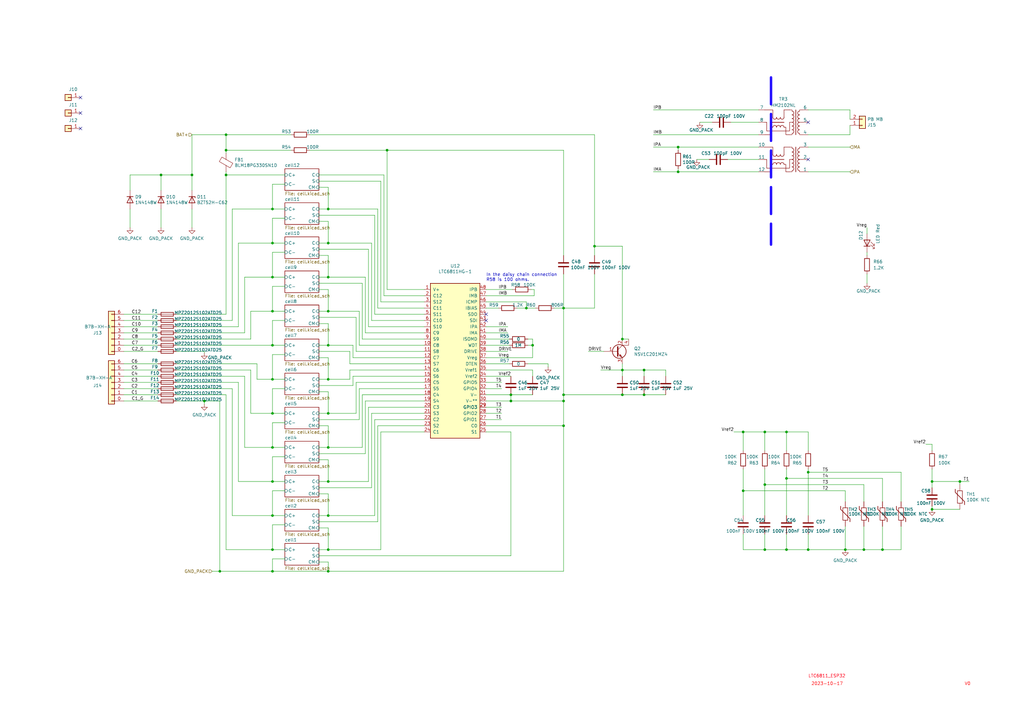
<source format=kicad_sch>
(kicad_sch (version 20230121) (generator eeschema)
  (paper "A3")
  (title_block (date "2023-10-19") (rev "V0.1") (company "teTra"))
  (lib_symbols
    (symbol "Connector_Generic:Conn_01x01" (pin_names (offset 1.016) hide)
      (property "Reference" "J" (at 0 2.54 0))
      (property "Value" "Conn_01x01" (at 0 -2.54 0))
      (symbol "Conn_01x01_1_1"
        (pin passive line (at -5.08 0 0) (length 3.81) (name "Pin_1") (number "1"))
      )
    )
    (symbol "Connector_Generic:Conn_01x02" (pin_names (offset 1.016) hide)
      (property "Reference" "J" (at 0 2.54 0))
      (property "Value" "Conn_01x02" (at 0 -5.08 0))
      (symbol "Conn_01x02_1_1"
        (pin passive line (at -5.08 0 0) (length 3.81) (name "Pin_1") (number "1"))
        (pin passive line (at -5.08 -2.54 0) (length 3.81) (name "Pin_2") (number "2"))
      )
    )
    (symbol "Connector_Generic:Conn_01x07_BAT_6S" (pin_names (offset 1.016) hide)
      (property "Reference" "J" (at 0 10.16 0))
      (property "Value" "Conn_01x07_BAT_6S" (at 0 -10.16 0))
      (symbol "Conn_01x07_BAT_6S_1_1"
        (pin passive line (at -5.08 7.62 0) (length 3.81) (name "Pin_1") (number "0"))
        (pin passive line (at -5.08 5.08 0) (length 3.81) (name "Pin_2") (number "1"))
        (pin passive line (at -5.08 2.54 0) (length 3.81) (name "Pin_3") (number "2"))
        (pin passive line (at -5.08 0 0) (length 3.81) (name "Pin_4") (number "3"))
        (pin passive line (at -5.08 -2.54 0) (length 3.81) (name "Pin_5") (number "4"))
        (pin passive line (at -5.08 -5.08 0) (length 3.81) (name "Pin_6") (number "5"))
        (pin passive line (at -5.08 -7.62 0) (length 3.81) (name "Pin_7") (number "6"))
      )
    )
    (symbol "Device:Fuse" (pin_numbers hide) (pin_names (offset 0))
      (property "Reference" "F" (at 2.032 0 90))
      (property "Value" "Fuse" (at -1.905 0 90))
      (symbol "Fuse_1_1"
        (pin passive line (at 0 3.81 270) (length 1.27) (name "~") (number "1"))
        (pin passive line (at 0 -3.81 90) (length 1.27) (name "~") (number "2"))
      )
    )
    (symbol "Device:LED" (pin_numbers hide) (pin_names (offset 1.016) hide)
      (property "Reference" "D" (at -0.762 -2.54 0))
      (property "Value" "LED" (at -0.762 4.318 0))
      (symbol "LED_1_1"
        (pin passive line (at 3.81 0 180) (length 2.54) (name "K") (number "1"))
        (pin passive line (at -3.81 0 0) (length 2.54) (name "A") (number "2"))
      )
    )
    (symbol "Device:Q_NPN_BCEC" (pin_names (offset 0) hide)
      (property "Reference" "Q" (at 5.08 1.27 0))
      (property "Value" "Q_NPN_BCEC" (at 5.08 -1.27 0))
      (symbol "Q_NPN_BCEC_1_1"
        (pin input line (at -5.08 0 0) (length 5.715) (name "B") (number "1"))
        (pin passive line (at 2.54 5.08 270) (length 2.54) (name "C") (number "2"))
        (pin passive line (at 2.54 -5.08 90) (length 2.54) (name "E") (number "3"))
        (pin passive line (at 5.08 5.08 270) (length 2.54) (name "C") (number "4"))
      )
    )
    (symbol "Device:R" (pin_numbers hide) (pin_names (offset 0))
      (property "Reference" "R" (at 2.032 0 90))
      (property "Value" "R" (at 0 0 90))
      (symbol "R_1_1"
        (pin passive line (at 0 3.81 270) (length 1.27) (name "~") (number "1"))
        (pin passive line (at 0 -3.81 90) (length 1.27) (name "~") (number "2"))
      )
    )
    (symbol "Device:Thermistor" (pin_numbers hide) (pin_names (offset 0))
      (property "Reference" "TH" (at 2.54 1.27 90))
      (property "Value" "Thermistor" (at -2.54 0 90))
      (symbol "Thermistor_1_1"
        (pin passive line (at 0 5.08 270) (length 2.54) (name "~") (number "1"))
        (pin passive line (at 0 -5.08 90) (length 2.54) (name "~") (number "2"))
      )
    )
    (symbol "Diode:1N4148W" (pin_numbers hide) (pin_names hide)
      (property "Reference" "D" (at 0 2.54 0))
      (property "Value" "1N4148W" (at 0 -2.54 0))
      (symbol "1N4148W_1_1"
        (pin passive line (at -3.81 0 0) (length 2.54) (name "K") (number "1"))
        (pin passive line (at 3.81 0 180) (length 2.54) (name "A") (number "2"))
      )
    )
    (symbol "Diode:BZT52Bxx" (pin_numbers hide) (pin_names hide)
      (property "Reference" "D" (at 0 2.54 0))
      (property "Value" "BZT52Bxx" (at 0 -2.54 0))
      (symbol "BZT52Bxx_1_1"
        (pin passive line (at -3.81 0 0) (length 2.54) (name "K") (number "1"))
        (pin passive line (at 3.81 0 180) (length 2.54) (name "A") (number "2"))
      )
    )
    (symbol "ENNOID:LTC6811-1" (pin_names (offset 1.016))
      (property "Reference" "U" (at -10.16 34.29 0))
      (property "Value" "LTC6811-1" (at 1.27 34.29 0))
      (symbol "LTC6811-1_1_1"
        (pin input line (at -12.7 30.48 0) (length 2.54) (name "V+") (number "1"))
        (pin input line (at -12.7 7.62 0) (length 2.54) (name "C8") (number "10"))
        (pin input line (at -12.7 5.08 0) (length 2.54) (name "S8") (number "11"))
        (pin input line (at -12.7 2.54 0) (length 2.54) (name "C7") (number "12"))
        (pin input line (at -12.7 0 0) (length 2.54) (name "S7") (number "13"))
        (pin input line (at -12.7 -2.54 0) (length 2.54) (name "C6") (number "14"))
        (pin input line (at -12.7 -5.08 0) (length 2.54) (name "S6") (number "15"))
        (pin input line (at -12.7 -7.62 0) (length 2.54) (name "C5") (number "16"))
        (pin input line (at -12.7 -10.16 0) (length 2.54) (name "S5") (number "17"))
        (pin input line (at -12.7 -12.7 0) (length 2.54) (name "C4") (number "18"))
        (pin input line (at -12.7 -15.24 0) (length 2.54) (name "S4") (number "19"))
        (pin input line (at -12.7 27.94 0) (length 2.54) (name "C12") (number "2"))
        (pin input line (at -12.7 -17.78 0) (length 2.54) (name "C3") (number "20"))
        (pin input line (at -12.7 -20.32 0) (length 2.54) (name "S3") (number "21"))
        (pin input line (at -12.7 -22.86 0) (length 2.54) (name "C2") (number "22"))
        (pin input line (at -12.7 -25.4 0) (length 2.54) (name "S2") (number "23"))
        (pin input line (at -12.7 -27.94 0) (length 2.54) (name "C1") (number "24"))
        (pin input line (at 12.7 -27.94 180) (length 2.54) (name "S1") (number "25"))
        (pin input line (at 12.7 -25.4 180) (length 2.54) (name "C0") (number "26"))
        (pin input line (at 12.7 -22.86 180) (length 2.54) (name "GPIO1") (number "27"))
        (pin no_connect line (at 0 35.56 270) (length 2.54) hide (name "NC") (number "27"))
        (pin input line (at 12.7 -20.32 180) (length 2.54) (name "GPIO2") (number "28"))
        (pin input line (at 12.7 -17.78 180) (length 2.54) (name "GPIO3") (number "29"))
        (pin input line (at 12.7 -17.78 180) (length 2.54) (name "GPIO3") (number "29"))
        (pin input line (at -12.7 25.4 0) (length 2.54) (name "S12") (number "3"))
        (pin input line (at 12.7 -15.24 180) (length 2.54) (name "V-**") (number "30"))
        (pin input line (at 12.7 -12.7 180) (length 2.54) (name "V-") (number "31"))
        (pin input line (at 12.7 -10.16 180) (length 2.54) (name "GPIO4") (number "32"))
        (pin input line (at 12.7 -7.62 180) (length 2.54) (name "GPIO5") (number "33"))
        (pin no_connect line (at -2.54 35.56 270) (length 2.54) hide (name "NC") (number "33"))
        (pin input line (at 12.7 -5.08 180) (length 2.54) (name "Vref2") (number "34"))
        (pin input line (at 12.7 -2.54 180) (length 2.54) (name "Vref1") (number "35"))
        (pin input line (at 12.7 0 180) (length 2.54) (name "DTEN") (number "36"))
        (pin input line (at 12.7 2.54 180) (length 2.54) (name "Vreg") (number "37"))
        (pin input line (at 12.7 5.08 180) (length 2.54) (name "DRIVE") (number "38"))
        (pin input line (at 12.7 7.62 180) (length 2.54) (name "WDT") (number "39"))
        (pin input line (at -12.7 22.86 0) (length 2.54) (name "C11") (number "4"))
        (pin input line (at 12.7 10.16 180) (length 2.54) (name "ISOMD") (number "40"))
        (pin input line (at 12.7 12.7 180) (length 2.54) (name "IMA") (number "41"))
        (pin input line (at 12.7 15.24 180) (length 2.54) (name "IPA") (number "42"))
        (pin open_collector line (at 12.7 17.78 180) (length 2.54) (name "SDI") (number "43"))
        (pin input line (at 12.7 20.32 180) (length 2.54) (name "SDO") (number "44"))
        (pin input line (at 12.7 22.86 180) (length 2.54) (name "IBIAS") (number "45"))
        (pin input line (at 12.7 25.4 180) (length 2.54) (name "ICMP") (number "46"))
        (pin input line (at 12.7 27.94 180) (length 2.54) (name "IMB") (number "47"))
        (pin input line (at 12.7 30.48 180) (length 2.54) (name "IPB") (number "48"))
        (pin input line (at -12.7 20.32 0) (length 2.54) (name "S11") (number "5"))
        (pin input line (at -12.7 17.78 0) (length 2.54) (name "C10") (number "6"))
        (pin input line (at -12.7 15.24 0) (length 2.54) (name "S10") (number "7"))
        (pin input line (at -12.7 12.7 0) (length 2.54) (name "C9") (number "8"))
        (pin input line (at -12.7 10.16 0) (length 2.54) (name "S9") (number "9"))
      )
    )
    (symbol "LTC6811-rescue:C-Device" (pin_numbers hide) (pin_names (offset 0.254))
      (property "Reference" "C" (at 0.635 2.54 0))
      (property "Value" "Device_C" (at 0.635 -2.54 0))
      (symbol "C-Device_1_1"
        (pin passive line (at 0 3.81 270) (length 2.794) (name "~") (number "1"))
        (pin passive line (at 0 -3.81 90) (length 2.794) (name "~") (number "2"))
      )
    )
    (symbol "LTC6811-rescue:Ferrite_Bead-Device" (pin_numbers hide) (pin_names (offset 0))
      (property "Reference" "FB" (at -3.81 0.635 90))
      (property "Value" "Device_Ferrite_Bead" (at 3.81 0 90))
      (symbol "Ferrite_Bead-Device_1_1"
        (pin passive line (at 0 3.81 270) (length 2.54) (name "~") (number "1"))
        (pin passive line (at 0 -3.81 90) (length 2.54) (name "~") (number "2"))
      )
    )
    (symbol "Transformer:HM2102NL" (pin_numbers hide) (pin_names (offset 0))
      (property "Reference" "TR" (at 0 -13.97 0))
      (property "Value" "HM2102NL" (at -5.08 15.24 0))
      (symbol "HM2102NL_1_1"
        (pin passive line (at 5.08 -12.7 180) (length 2.54) (name "1") (number "1"))
        (pin passive line (at -15.24 -2.54 0) (length 2.54) (name "10") (number "10"))
        (pin passive line (at -15.24 -7.62 0) (length 2.54) (name "11") (number "11"))
        (pin passive line (at -15.24 -12.7 0) (length 2.54) (name "12") (number "12"))
        (pin passive line (at 5.08 -7.62 180) (length 2.54) (name "2") (number "2"))
        (pin passive line (at 5.08 -2.54 180) (length 2.54) (name "3") (number "3"))
        (pin passive line (at 5.08 2.54 180) (length 2.54) (name "4") (number "4"))
        (pin passive line (at 5.08 7.62 180) (length 2.54) (name "5") (number "5"))
        (pin passive line (at 5.08 12.7 180) (length 2.54) (name "6") (number "6"))
        (pin passive line (at -15.24 12.7 0) (length 2.54) (name "7") (number "7"))
        (pin passive line (at -15.24 7.62 0) (length 2.54) (name "8") (number "8"))
        (pin passive line (at -15.24 2.54 0) (length 2.54) (name "9") (number "9"))
      )
    )
    (symbol "power:GND_PACK" (power) (pin_names (offset 0))
      (property "Value" "GND_PACK" (at 0 -3.81 0))
      (symbol "GND_PACK_1_1"
        (pin power_in line (at 0 0 270) (length 0) hide (name "GND_PACK") (number "1"))
      )
    )
  )
  (junction (at 278.13 70.485))
  (junction (at 255.27 139.065))
  (junction (at 134.62 234.315))
  (junction (at 134.62 99.695))
  (junction (at 209.55 164.465))
  (junction (at 134.62 141.605))
  (junction (at 393.7 197.485))
  (junction (at 111.76 197.485))
  (junction (at 134.62 197.485))
  (junction (at 111.76 141.605))
  (junction (at 331.47 225.425))
  (junction (at 111.76 211.455))
  (junction (at 255.27 161.925))
  (junction (at 313.69 225.425))
  (junction (at 111.76 169.545))
  (junction (at 111.76 234.315))
  (junction (at 92.71 55.245))
  (junction (at 264.16 161.925))
  (junction (at 134.62 127.635))
  (junction (at 92.71 61.595))
  (junction (at 361.95 225.425))
  (junction (at 322.58 225.425))
  (junction (at 382.27 208.915))
  (junction (at 278.13 60.325))
  (junction (at 134.62 211.455))
  (junction (at 83.82 164.465))
  (junction (at 134.62 155.575))
  (junction (at 231.14 161.925))
  (junction (at 215.9 126.365))
  (junction (at 264.16 151.765))
  (junction (at 313.69 177.165))
  (junction (at 313.69 198.755))
  (junction (at 111.76 127.635))
  (junction (at 92.71 71.755))
  (junction (at 78.74 71.755))
  (junction (at 331.47 193.675))
  (junction (at 111.76 113.665))
  (junction (at 111.76 225.425))
  (junction (at 304.8 177.165))
  (junction (at 111.76 99.695))
  (junction (at 134.62 183.515))
  (junction (at 111.76 183.515))
  (junction (at 209.55 161.925))
  (junction (at 243.84 100.965))
  (junction (at 231.14 126.365))
  (junction (at 354.33 225.425))
  (junction (at 134.62 113.665))
  (junction (at 134.62 85.725))
  (junction (at 134.62 169.545))
  (junction (at 90.17 234.315))
  (junction (at 231.14 164.465))
  (junction (at 255.27 151.765))
  (junction (at 134.62 225.425))
  (junction (at 304.8 201.295))
  (junction (at 66.04 71.755))
  (junction (at 231.14 174.625))
  (junction (at 382.27 197.485))
  (junction (at 158.75 61.595))
  (junction (at 218.44 141.605))
  (junction (at 322.58 177.165))
  (junction (at 111.76 155.575))
  (junction (at 346.71 225.425))
  (junction (at 111.76 85.725))
  (junction (at 322.58 196.215))
  (no_connect (at 331.47 65.405))
  (no_connect (at 33.02 40.005))
  (no_connect (at 199.39 131.445))
  (no_connect (at 33.02 52.705))
  (no_connect (at 199.39 128.905))
  (no_connect (at 33.02 46.355))
  (no_connect (at 331.47 50.165))
  (wire (pts (xy 143.51 149.225) (xy 173.99 149.225)))
  (wire (pts (xy 116.84 169.545) (xy 111.76 169.545)))
  (wire (pts (xy 134.62 188.595) (xy 134.62 197.485)))
  (wire (pts (xy 173.99 161.925) (xy 148.59 161.925)))
  (wire (pts (xy 78.74 85.725) (xy 78.74 93.345)))
  (wire (pts (xy 199.39 123.825) (xy 215.9 123.825)))
  (wire (pts (xy 100.33 154.305) (xy 72.39 154.305)))
  (wire (pts (xy 151.13 102.235) (xy 130.81 102.235)))
  (wire (pts (xy 199.39 161.925) (xy 209.55 161.925)))
  (wire (pts (xy 313.69 211.455) (xy 313.69 198.755)))
  (wire (pts (xy 53.34 71.755) (xy 66.04 71.755)))
  (wire (pts (xy 346.71 205.74) (xy 346.71 201.295)))
  (wire (pts (xy 130.81 116.205) (xy 148.59 116.205)))
  (wire (pts (xy 313.69 198.755) (xy 354.33 198.755)))
  (wire (pts (xy 148.59 161.925) (xy 148.59 183.515)))
  (wire (pts (xy 331.47 211.455) (xy 331.47 193.675)))
  (wire (pts (xy 267.97 45.085) (xy 311.15 45.085)))
  (wire (pts (xy 218.44 151.765) (xy 199.39 151.765)))
  (wire (pts (xy 255.27 100.965) (xy 255.27 139.065)))
  (wire (pts (xy 66.04 71.755) (xy 78.74 71.755)))
  (wire (pts (xy 95.25 159.385) (xy 72.39 159.385)))
  (wire (pts (xy 278.13 60.325) (xy 311.15 60.325)))
  (wire (pts (xy 287.02 50.165) (xy 292.1 50.165)))
  (wire (pts (xy 97.79 197.485) (xy 97.79 156.845)))
  (wire (pts (xy 331.47 225.425) (xy 322.58 225.425)))
  (wire (pts (xy 224.79 149.225) (xy 224.79 150.495)))
  (wire (pts (xy 127 55.245) (xy 243.84 55.245)))
  (wire (pts (xy 355.6 116.205) (xy 355.6 112.395)))
  (wire (pts (xy 219.075 121.285) (xy 219.075 118.745)))
  (wire (pts (xy 116.84 141.605) (xy 111.76 141.605)))
  (wire (pts (xy 227.33 126.365) (xy 231.14 126.365)))
  (wire (pts (xy 143.51 155.575) (xy 134.62 155.575)))
  (wire (pts (xy 243.84 112.395) (xy 243.84 126.365)))
  (wire (pts (xy 173.99 128.905) (xy 153.67 128.905)))
  (wire (pts (xy 173.99 141.605) (xy 147.32 141.605)))
  (wire (pts (xy 50.8 164.465) (xy 64.77 164.465)))
  (wire (pts (xy 102.87 151.765) (xy 72.39 151.765)))
  (wire (pts (xy 331.47 219.075) (xy 331.47 225.425)))
  (wire (pts (xy 173.99 123.825) (xy 156.21 123.825)))
  (wire (pts (xy 144.78 154.305) (xy 144.78 158.115)))
  (wire (pts (xy 134.62 202.565) (xy 134.62 211.455)))
  (wire (pts (xy 116.84 155.575) (xy 111.76 155.575)))
  (wire (pts (xy 313.69 177.165) (xy 322.58 177.165)))
  (wire (pts (xy 149.86 113.665) (xy 134.62 113.665)))
  (wire (pts (xy 231.14 161.925) (xy 255.27 161.925)))
  (wire (pts (xy 173.99 133.985) (xy 151.13 133.985)))
  (wire (pts (xy 116.84 197.485) (xy 111.76 197.485)))
  (wire (pts (xy 152.4 169.545) (xy 173.99 169.545)))
  (wire (pts (xy 346.71 225.425) (xy 346.71 215.9)))
  (wire (pts (xy 130.81 144.145) (xy 143.51 144.145)))
  (wire (pts (xy 146.05 156.845) (xy 146.05 169.545)))
  (wire (pts (xy 143.51 151.765) (xy 143.51 155.575)))
  (wire (pts (xy 313.69 198.755) (xy 313.69 192.405)))
  (wire (pts (xy 300.99 177.165) (xy 304.8 177.165)))
  (wire (pts (xy 331.47 45.085) (xy 348.615 45.085)))
  (wire (pts (xy 146.05 144.145) (xy 146.05 130.175)))
  (wire (pts (xy 243.84 126.365) (xy 231.14 126.365)))
  (wire (pts (xy 134.62 141.605) (xy 144.78 141.605)))
  (wire (pts (xy 116.84 229.235) (xy 111.76 229.235)))
  (wire (pts (xy 331.47 55.245) (xy 348.615 55.245)))
  (wire (pts (xy 53.34 78.105) (xy 53.34 71.755)))
  (wire (pts (xy 299.72 50.165) (xy 311.15 50.165)))
  (wire (pts (xy 53.34 85.725) (xy 53.34 93.345)))
  (wire (pts (xy 231.14 161.925) (xy 231.14 164.465)))
  (wire (pts (xy 361.95 225.425) (xy 354.33 225.425)))
  (wire (pts (xy 111.76 173.355) (xy 111.76 183.515)))
  (wire (pts (xy 156.21 225.425) (xy 156.21 177.165)))
  (wire (pts (xy 146.05 169.545) (xy 134.62 169.545)))
  (wire (pts (xy 134.62 90.805) (xy 134.62 99.695)))
  (wire (pts (xy 134.62 127.635) (xy 130.81 127.635)))
  (wire (pts (xy 205.74 159.385) (xy 199.39 159.385)))
  (wire (pts (xy 331.47 70.485) (xy 348.615 70.485)))
  (wire (pts (xy 158.75 118.745) (xy 173.99 118.745)))
  (wire (pts (xy 116.84 211.455) (xy 111.76 211.455)))
  (wire (pts (xy 156.21 177.165) (xy 173.99 177.165)))
  (wire (pts (xy 111.76 155.575) (xy 105.41 155.575)))
  (wire (pts (xy 154.94 174.625) (xy 173.99 174.625)))
  (wire (pts (xy 116.84 183.515) (xy 111.76 183.515)))
  (wire (pts (xy 331.47 193.675) (xy 331.47 192.405)))
  (wire (pts (xy 209.55 177.165) (xy 209.55 227.965)))
  (wire (pts (xy 199.39 141.605) (xy 208.915 141.605)))
  (wire (pts (xy 173.99 131.445) (xy 152.4 131.445)))
  (wire (pts (xy 130.81 216.535) (xy 134.62 216.535)))
  (wire (pts (xy 144.78 146.685) (xy 173.99 146.685)))
  (wire (pts (xy 264.16 151.765) (xy 264.16 154.305)))
  (wire (pts (xy 149.86 164.465) (xy 173.99 164.465)))
  (wire (pts (xy 111.76 169.545) (xy 102.87 169.545)))
  (wire (pts (xy 111.76 103.505) (xy 111.76 113.665)))
  (wire (pts (xy 111.76 85.725) (xy 95.25 85.725)))
  (wire (pts (xy 199.39 139.065) (xy 208.915 139.065)))
  (wire (pts (xy 219.075 118.745) (xy 217.805 118.745)))
  (wire (pts (xy 215.9 126.365) (xy 219.71 126.365)))
  (wire (pts (xy 116.84 117.475) (xy 111.76 117.475)))
  (wire (pts (xy 199.39 146.685) (xy 218.44 146.685)))
  (wire (pts (xy 322.58 196.215) (xy 322.58 192.405)))
  (wire (pts (xy 130.81 211.455) (xy 134.62 211.455)))
  (wire (pts (xy 111.76 211.455) (xy 95.25 211.455)))
  (wire (pts (xy 331.47 60.325) (xy 348.615 60.325)))
  (wire (pts (xy 116.84 159.385) (xy 111.76 159.385)))
  (wire (pts (xy 147.32 159.385) (xy 173.99 159.385)))
  (wire (pts (xy 243.84 100.965) (xy 255.27 100.965)))
  (wire (pts (xy 111.76 117.475) (xy 111.76 127.635)))
  (wire (pts (xy 72.39 141.605) (xy 111.76 141.605)))
  (wire (pts (xy 361.95 205.74) (xy 361.95 196.215)))
  (wire (pts (xy 173.99 136.525) (xy 149.86 136.525)))
  (wire (pts (xy 273.05 151.765) (xy 273.05 154.305)))
  (wire (pts (xy 64.77 159.385) (xy 50.8 159.385)))
  (wire (pts (xy 92.71 61.595) (xy 92.71 62.865)))
  (wire (pts (xy 153.67 88.265) (xy 130.81 88.265)))
  (wire (pts (xy 111.76 127.635) (xy 102.87 127.635)))
  (wire (pts (xy 116.84 201.295) (xy 111.76 201.295)))
  (wire (pts (xy 199.39 133.985) (xy 208.28 133.985)))
  (wire (pts (xy 156.21 123.825) (xy 156.21 74.295)))
  (wire (pts (xy 111.76 229.235) (xy 111.76 234.315)))
  (wire (pts (xy 116.84 187.325) (xy 111.76 187.325)))
  (wire (pts (xy 102.87 169.545) (xy 102.87 151.765)))
  (wire (pts (xy 66.04 85.725) (xy 66.04 93.345)))
  (wire (pts (xy 267.97 70.485) (xy 278.13 70.485)))
  (wire (pts (xy 393.7 197.485) (xy 382.27 197.485)))
  (wire (pts (xy 64.77 133.985) (xy 50.8 133.985)))
  (wire (pts (xy 64.77 151.765) (xy 50.8 151.765)))
  (wire (pts (xy 64.77 136.525) (xy 50.8 136.525)))
  (wire (pts (xy 78.74 55.245) (xy 92.71 55.245)))
  (wire (pts (xy 393.7 198.755) (xy 393.7 197.485)))
  (wire (pts (xy 152.4 99.695) (xy 134.62 99.695)))
  (wire (pts (xy 111.76 145.415) (xy 111.76 155.575)))
  (wire (pts (xy 64.77 139.065) (xy 50.8 139.065)))
  (wire (pts (xy 199.39 164.465) (xy 209.55 164.465)))
  (wire (pts (xy 134.62 183.515) (xy 148.59 183.515)))
  (wire (pts (xy 111.76 89.535) (xy 111.76 99.695)))
  (wire (pts (xy 355.6 103.505) (xy 355.6 104.775)))
  (wire (pts (xy 64.77 141.605) (xy 50.8 141.605)))
  (wire (pts (xy 267.97 60.325) (xy 278.13 60.325)))
  (wire (pts (xy 130.81 225.425) (xy 134.62 225.425)))
  (wire (pts (xy 346.71 225.425) (xy 331.47 225.425)))
  (wire (pts (xy 72.39 164.465) (xy 83.82 164.465)))
  (wire (pts (xy 397.51 197.485) (xy 393.7 197.485)))
  (wire (pts (xy 144.78 141.605) (xy 144.78 146.685)))
  (wire (pts (xy 243.84 55.245) (xy 243.84 100.965)))
  (wire (pts (xy 298.45 65.405) (xy 311.15 65.405)))
  (wire (pts (xy 285.75 65.405) (xy 290.83 65.405)))
  (wire (pts (xy 134.62 76.835) (xy 134.62 85.725)))
  (wire (pts (xy 304.8 201.295) (xy 304.8 192.405)))
  (wire (pts (xy 348.615 45.085) (xy 348.615 48.895)))
  (wire (pts (xy 331.47 193.675) (xy 369.57 193.675)))
  (wire (pts (xy 64.77 161.925) (xy 50.8 161.925)))
  (wire (pts (xy 273.05 161.925) (xy 264.16 161.925)))
  (wire (pts (xy 304.8 184.785) (xy 304.8 177.165)))
  (wire (pts (xy 369.57 215.9) (xy 369.57 225.425)))
  (wire (pts (xy 255.27 154.305) (xy 255.27 151.765)))
  (wire (pts (xy 146.05 130.175) (xy 130.81 130.175)))
  (wire (pts (xy 379.73 182.245) (xy 382.27 182.245)))
  (wire (pts (xy 100.33 113.665) (xy 100.33 136.525)))
  (wire (pts (xy 111.76 113.665) (xy 100.33 113.665)))
  (wire (pts (xy 218.44 139.065) (xy 218.44 141.605)))
  (wire (pts (xy 322.58 225.425) (xy 313.69 225.425)))
  (wire (pts (xy 111.76 99.695) (xy 97.79 99.695)))
  (wire (pts (xy 127 61.595) (xy 158.75 61.595)))
  (wire (pts (xy 130.81 186.055) (xy 149.86 186.055)))
  (wire (pts (xy 354.33 205.74) (xy 354.33 198.755)))
  (wire (pts (xy 231.14 61.595) (xy 158.75 61.595)))
  (wire (pts (xy 304.8 201.295) (xy 346.71 201.295)))
  (wire (pts (xy 147.32 172.085) (xy 147.32 159.385)))
  (wire (pts (xy 331.47 177.165) (xy 331.47 184.785)))
  (wire (pts (xy 111.76 159.385) (xy 111.76 169.545)))
  (wire (pts (xy 153.67 172.085) (xy 153.67 211.455)))
  (wire (pts (xy 130.81 202.565) (xy 134.62 202.565)))
  (wire (pts (xy 382.27 207.645) (xy 382.27 208.915)))
  (wire (pts (xy 90.17 234.315) (xy 111.76 234.315)))
  (wire (pts (xy 267.97 55.245) (xy 311.15 55.245)))
  (wire (pts (xy 382.27 182.245) (xy 382.27 184.785)))
  (wire (pts (xy 130.81 104.775) (xy 134.62 104.775)))
  (wire (pts (xy 215.9 123.825) (xy 215.9 126.365)))
  (wire (pts (xy 116.84 103.505) (xy 111.76 103.505)))
  (wire (pts (xy 199.39 172.085) (xy 205.74 172.085)))
  (wire (pts (xy 100.33 183.515) (xy 100.33 154.305)))
  (wire (pts (xy 64.77 131.445) (xy 50.8 131.445)))
  (wire (pts (xy 134.62 85.725) (xy 130.81 85.725)))
  (wire (pts (xy 199.39 118.745) (xy 210.185 118.745)))
  (wire (pts (xy 92.71 71.755) (xy 92.71 128.905)))
  (wire (pts (xy 243.84 100.965) (xy 243.84 104.775)))
  (wire (pts (xy 393.7 208.915) (xy 382.27 208.915)))
  (wire (pts (xy 205.74 169.545) (xy 199.39 169.545)))
  (wire (pts (xy 147.32 172.085) (xy 130.81 172.085)))
  (wire (pts (xy 247.65 144.145) (xy 241.3 144.145)))
  (wire (pts (xy 134.62 146.685) (xy 134.62 155.575)))
  (wire (pts (xy 147.32 127.635) (xy 134.62 127.635)))
  (wire (pts (xy 83.82 165.735) (xy 83.82 164.465)))
  (wire (pts (xy 64.77 154.305) (xy 50.8 154.305)))
  (wire (pts (xy 348.615 51.435) (xy 348.615 55.245)))
  (wire (pts (xy 130.81 197.485) (xy 134.62 197.485)))
  (wire (pts (xy 209.55 161.925) (xy 218.44 161.925)))
  (wire (pts (xy 111.76 75.565) (xy 111.76 85.725)))
  (wire (pts (xy 111.76 85.725) (xy 116.84 85.725)))
  (wire (pts (xy 78.74 55.245) (xy 78.74 71.755)))
  (wire (pts (xy 154.94 85.725) (xy 134.62 85.725)))
  (wire (pts (xy 130.81 160.655) (xy 134.62 160.655)))
  (wire (pts (xy 143.51 144.145) (xy 143.51 149.225)))
  (wire (pts (xy 111.76 201.295) (xy 111.76 211.455)))
  (wire (pts (xy 322.58 219.075) (xy 322.58 225.425)))
  (wire (pts (xy 134.62 216.535) (xy 134.62 225.425)))
  (wire (pts (xy 278.13 70.485) (xy 311.15 70.485)))
  (wire (pts (xy 134.62 234.315) (xy 231.14 234.315)))
  (wire (pts (xy 173.99 154.305) (xy 144.78 154.305)))
  (wire (pts (xy 322.58 184.785) (xy 322.58 177.165)))
  (wire (pts (xy 92.71 55.245) (xy 119.38 55.245)))
  (wire (pts (xy 97.79 133.985) (xy 72.39 133.985)))
  (wire (pts (xy 154.94 213.995) (xy 130.81 213.995)))
  (wire (pts (xy 111.76 197.485) (xy 97.79 197.485)))
  (wire (pts (xy 151.13 167.005) (xy 151.13 197.485)))
  (wire (pts (xy 92.71 70.485) (xy 92.71 71.755)))
  (wire (pts (xy 216.535 149.225) (xy 224.79 149.225)))
  (wire (pts (xy 134.62 211.455) (xy 153.67 211.455)))
  (wire (pts (xy 116.84 71.755) (xy 92.71 71.755)))
  (wire (pts (xy 157.48 121.285) (xy 173.99 121.285)))
  (wire (pts (xy 97.79 99.695) (xy 97.79 133.985)))
  (wire (pts (xy 255.27 151.765) (xy 264.16 151.765)))
  (wire (pts (xy 130.81 200.025) (xy 152.4 200.025)))
  (wire (pts (xy 111.76 99.695) (xy 116.84 99.695)))
  (wire (pts (xy 199.39 121.285) (xy 219.075 121.285)))
  (wire (pts (xy 304.8 225.425) (xy 304.8 219.075)))
  (wire (pts (xy 83.82 144.78) (xy 83.82 144.145)))
  (wire (pts (xy 173.99 151.765) (xy 143.51 151.765)))
  (wire (pts (xy 83.82 144.145) (xy 72.39 144.145)))
  (wire (pts (xy 246.38 151.765) (xy 255.27 151.765)))
  (wire (pts (xy 152.4 200.025) (xy 152.4 169.545)))
  (wire (pts (xy 134.62 132.715) (xy 134.62 141.605)))
  (wire (pts (xy 205.74 167.005) (xy 199.39 167.005)))
  (wire (pts (xy 199.39 149.225) (xy 208.915 149.225)))
  (wire (pts (xy 231.14 174.625) (xy 199.39 174.625)))
  (wire (pts (xy 148.59 116.205) (xy 148.59 139.065)))
  (wire (pts (xy 116.84 173.355) (xy 111.76 173.355)))
  (wire (pts (xy 173.99 167.005) (xy 151.13 167.005)))
  (wire (pts (xy 369.57 205.74) (xy 369.57 193.675)))
  (wire (pts (xy 116.84 75.565) (xy 111.76 75.565)))
  (wire (pts (xy 116.84 89.535) (xy 111.76 89.535)))
  (wire (pts (xy 149.86 186.055) (xy 149.86 164.465)))
  (wire (pts (xy 147.32 141.605) (xy 147.32 127.635)))
  (wire (pts (xy 264.16 151.765) (xy 273.05 151.765)))
  (wire (pts (xy 313.69 225.425) (xy 304.8 225.425)))
  (wire (pts (xy 173.99 139.065) (xy 148.59 139.065)))
  (wire (pts (xy 209.55 164.465) (xy 231.14 164.465)))
  (wire (pts (xy 130.81 132.715) (xy 134.62 132.715)))
  (wire (pts (xy 64.77 128.905) (xy 50.8 128.905)))
  (wire (pts (xy 111.76 187.325) (xy 111.76 197.485)))
  (wire (pts (xy 231.14 174.625) (xy 231.14 234.315)))
  (wire (pts (xy 313.69 219.075) (xy 313.69 225.425)))
  (wire (pts (xy 102.87 127.635) (xy 102.87 139.065)))
  (wire (pts (xy 111.76 234.315) (xy 134.62 234.315)))
  (wire (pts (xy 151.13 133.985) (xy 151.13 102.235)))
  (wire (pts (xy 154.94 126.365) (xy 154.94 85.725)))
  (wire (pts (xy 134.62 99.695) (xy 130.81 99.695)))
  (wire (pts (xy 173.99 126.365) (xy 154.94 126.365)))
  (wire (pts (xy 218.44 154.305) (xy 218.44 151.765)))
  (wire (pts (xy 92.71 61.595) (xy 92.71 55.245)))
  (wire (pts (xy 382.27 192.405) (xy 382.27 197.485)))
  (wire (pts (xy 134.62 169.545) (xy 130.81 169.545)))
  (wire (pts (xy 153.67 128.905) (xy 153.67 88.265)))
  (wire (pts (xy 255.27 151.765) (xy 255.27 149.225)))
  (wire (pts (xy 64.77 156.845) (xy 50.8 156.845)))
  (wire (pts (xy 264.16 161.925) (xy 255.27 161.925)))
  (wire (pts (xy 134.62 197.485) (xy 151.13 197.485)))
  (wire (pts (xy 278.13 69.215) (xy 278.13 70.485)))
  (wire (pts (xy 313.69 184.785) (xy 313.69 177.165)))
  (wire (pts (xy 130.81 183.515) (xy 134.62 183.515)))
  (wire (pts (xy 134.62 113.665) (xy 130.81 113.665)))
  (wire (pts (xy 95.25 131.445) (xy 72.39 131.445)))
  (wire (pts (xy 134.62 230.505) (xy 134.62 234.315)))
  (wire (pts (xy 97.79 156.845) (xy 72.39 156.845)))
  (wire (pts (xy 173.99 172.085) (xy 153.67 172.085)))
  (wire (pts (xy 216.535 141.605) (xy 218.44 141.605)))
  (wire (pts (xy 86.995 234.315) (xy 90.17 234.315)))
  (wire (pts (xy 152.4 131.445) (xy 152.4 99.695)))
  (wire (pts (xy 369.57 225.425) (xy 361.95 225.425)))
  (wire (pts (xy 95.25 211.455) (xy 95.25 159.385)))
  (wire (pts (xy 231.14 61.595) (xy 231.14 104.775)))
  (wire (pts (xy 102.87 139.065) (xy 72.39 139.065)))
  (wire (pts (xy 354.33 215.9) (xy 354.33 225.425)))
  (wire (pts (xy 130.81 146.685) (xy 134.62 146.685)))
  (polyline (pts (xy 316.23 31.75) (xy 316.23 100.33)) (stroke (width 1) (type dash) (color 33 12 255 1)))
  (wire (pts (xy 111.76 183.515) (xy 100.33 183.515)))
  (wire (pts (xy 355.6 95.885) (xy 355.6 93.345)))
  (wire (pts (xy 199.39 154.305) (xy 209.55 154.305)))
  (wire (pts (xy 105.41 155.575) (xy 105.41 149.225)))
  (wire (pts (xy 130.81 227.965) (xy 209.55 227.965)))
  (wire (pts (xy 154.94 213.995) (xy 154.94 174.625)))
  (wire (pts (xy 216.535 139.065) (xy 218.44 139.065)))
  (wire (pts (xy 92.71 161.925) (xy 72.39 161.925)))
  (wire (pts (xy 215.9 126.365) (xy 212.09 126.365)))
  (wire (pts (xy 111.76 215.265) (xy 111.76 225.425)))
  (wire (pts (xy 209.55 161.925) (xy 209.55 164.465)))
  (wire (pts (xy 78.74 71.755) (xy 78.74 78.105)))
  (wire (pts (xy 116.84 225.425) (xy 111.76 225.425)))
  (wire (pts (xy 116.84 113.665) (xy 111.76 113.665)))
  (wire (pts (xy 64.77 149.225) (xy 50.8 149.225)))
  (wire (pts (xy 111.76 131.445) (xy 111.76 141.605)))
  (wire (pts (xy 134.62 155.575) (xy 130.81 155.575)))
  (wire (pts (xy 116.84 131.445) (xy 111.76 131.445)))
  (wire (pts (xy 66.04 78.105) (xy 66.04 71.755)))
  (wire (pts (xy 173.99 156.845) (xy 146.05 156.845)))
  (wire (pts (xy 199.39 156.845) (xy 205.74 156.845)))
  (wire (pts (xy 149.86 136.525) (xy 149.86 113.665)))
  (wire (pts (xy 231.14 164.465) (xy 231.14 174.625)))
  (wire (pts (xy 304.8 177.165) (xy 313.69 177.165)))
  (wire (pts (xy 157.48 71.755) (xy 157.48 121.285)))
  (wire (pts (xy 116.84 215.265) (xy 111.76 215.265)))
  (wire (pts (xy 218.44 141.605) (xy 218.44 146.685)))
  (wire (pts (xy 130.81 188.595) (xy 134.62 188.595)))
  (wire (pts (xy 130.81 141.605) (xy 134.62 141.605)))
  (wire (pts (xy 199.39 126.365) (xy 204.47 126.365)))
  (wire (pts (xy 130.81 118.745) (xy 134.62 118.745)))
  (wire (pts (xy 199.39 136.525) (xy 208.28 136.525)))
  (wire (pts (xy 255.27 139.065) (xy 257.81 139.065)))
  (wire (pts (xy 116.84 145.415) (xy 111.76 145.415)))
  (wire (pts (xy 231.14 126.365) (xy 231.14 161.925)))
  (wire (pts (xy 90.17 164.465) (xy 90.17 234.315)))
  (wire (pts (xy 130.81 76.835) (xy 134.62 76.835)))
  (wire (pts (xy 278.13 61.595) (xy 278.13 60.325)))
  (wire (pts (xy 130.81 90.805) (xy 134.62 90.805)))
  (wire (pts (xy 116.84 127.635) (xy 111.76 127.635)))
  (wire (pts (xy 83.82 164.465) (xy 90.17 164.465)))
  (wire (pts (xy 100.33 136.525) (xy 72.39 136.525)))
  (wire (pts (xy 119.38 61.595) (xy 92.71 61.595)))
  (wire (pts (xy 173.99 144.145) (xy 146.05 144.145)))
  (wire (pts (xy 92.71 128.905) (xy 72.39 128.905)))
  (wire (pts (xy 322.58 196.215) (xy 361.95 196.215)))
  (wire (pts (xy 92.71 225.425) (xy 92.71 161.925)))
  (wire (pts (xy 130.81 174.625) (xy 134.62 174.625)))
  (wire (pts (xy 304.8 201.295) (xy 304.8 211.455)))
  (wire (pts (xy 199.39 177.165) (xy 209.55 177.165)))
  (wire (pts (xy 382.27 197.485) (xy 382.27 200.025)))
  (wire (pts (xy 361.95 215.9) (xy 361.95 225.425)))
  (wire (pts (xy 199.39 144.145) (xy 208.28 144.145)))
  (wire (pts (xy 130.81 158.115) (xy 144.78 158.115)))
  (wire (pts (xy 134.62 160.655) (xy 134.62 169.545)))
  (wire (pts (xy 134.62 174.625) (xy 134.62 183.515)))
  (wire (pts (xy 354.33 225.425) (xy 346.71 225.425)))
  (wire (pts (xy 130.81 71.755) (xy 157.48 71.755)))
  (wire (pts (xy 158.75 61.595) (xy 158.75 118.745)))
  (wire (pts (xy 134.62 225.425) (xy 156.21 225.425)))
  (wire (pts (xy 50.8 144.145) (xy 64.77 144.145)))
  (wire (pts (xy 322.58 196.215) (xy 322.58 211.455)))
  (wire (pts (xy 95.25 85.725) (xy 95.25 131.445)))
  (wire (pts (xy 134.62 104.775) (xy 134.62 113.665)))
  (wire (pts (xy 130.81 230.505) (xy 134.62 230.505)))
  (wire (pts (xy 105.41 149.225) (xy 72.39 149.225)))
  (wire (pts (xy 134.62 118.745) (xy 134.62 127.635)))
  (wire (pts (xy 111.76 225.425) (xy 92.71 225.425)))
  (wire (pts (xy 231.14 112.395) (xy 231.14 126.365)))
  (wire (pts (xy 156.21 74.295) (xy 130.81 74.295)))
  (wire (pts (xy 322.58 177.165) (xy 331.47 177.165)))
  (text "In the daisy chain connection\nR58 is 100 ohms." (at 199.39 115.57 0) (effects (font (size 1.27 1.27)) (justify left bottom)))
  (text "2023-10-17" (at 332.74 281.305 0) (effects (font (size 1.27 1.27)) (justify left bottom)))
  (text "LTC6811_ESP32" (at 331.47 278.13 0) (effects (font (size 1.27 1.27)) (justify left bottom)))
  (text "V0" (at 395.605 281.305 0) (effects (font (size 1.27 1.27)) (justify left bottom)))
  (label "T5" (at 339.725 193.675 180))
  (label "T4" (at 339.725 196.215 180))
  (label "IPA" (at 204.47 133.985 0))
  (label "Vreg" (at 355.6 93.345 180))
  (label "C3" (at 56.515 156.845 180))
  (label "IPA" (at 267.97 60.325 0))
  (label "IMB" (at 204.47 121.285 0))
  (label "C2" (at 56.515 159.385 180))
  (label "T3" (at 205.74 167.005 180))
  (label "IMA" (at 267.97 70.485 0))
  (label "C5" (at 56.515 151.765 180))
  (label "C6" (at 56.515 149.225 180))
  (label "T3" (at 339.725 198.755 180))
  (label "Vref2" (at 379.73 182.245 180))
  (label "Vreg" (at 204.47 146.685 0))
  (label "IPB" (at 267.97 45.085 0))
  (label "C10" (at 53.975 133.985 0))
  (label "Vreg" (at 246.38 151.765 0))
  (label "DRIVE" (at 241.3 144.145 0))
  (label "C1_G" (at 53.975 164.465 0))
  (label "T2" (at 339.725 201.295 180))
  (label "IMA" (at 204.47 136.525 0))
  (label "T5" (at 205.74 156.845 180))
  (label "C9" (at 53.975 136.525 0))
  (label "Vref2" (at 300.99 177.165 180))
  (label "C4" (at 56.515 154.305 180))
  (label "C2_G" (at 53.975 144.145 0))
  (label "C11" (at 53.975 131.445 0))
  (label "Vref2" (at 209.55 154.305 180))
  (label "DRIVE" (at 204.47 144.145 0))
  (label "T4" (at 205.74 159.385 180))
  (label "IMB" (at 267.97 55.245 0))
  (label "C7" (at 53.975 141.605 0))
  (label "T2" (at 205.74 169.545 180))
  (label "C8" (at 53.975 139.065 0))
  (label "C12" (at 53.975 128.905 0))
  (label "C1" (at 56.515 161.925 180))
  (label "T1" (at 397.51 197.485 180))
  (label "T1" (at 205.74 172.085 180))
  (label "IPB" (at 204.47 118.745 0))
  (hierarchical_label "BAT+" (shape input) (at 78.74 55.245 180))
  (hierarchical_label "GND_PACK" (shape input) (at 86.995 234.315 180))
  (hierarchical_label "PA" (shape input) (at 348.615 70.485 0))
  (hierarchical_label "MA" (shape input) (at 348.615 60.325 0))
  (symbol (lib_id "Connector_Generic:Conn_01x01") (at 27.94 46.355 180) (unit 1)
    (property "Reference" "J11" (at 30.0228 42.9768 0))
    (property "Value" "Hole /NC" (effects hide))
    (property "Footprint" "MountingHole:MountingHole_3.2mm_M3_ISO7380_Pad" (effects hide))
    (property "MPN" "N/A" (effects hide))
    (instances (project "LTC6811_ESP32_V1.0" (path "" (reference "J11") (unit 1))) (project "LTC6811" (path "" (reference "J6") (unit 1))))
  )
  (symbol (lib_id "Diode:BZT52Bxx") (at 78.74 81.915 270) (unit 1)
    (property "Reference" "D11" (at 80.7466 80.7466 90) (effects (justify left)))
    (property "Value" "BZT52H-C62" (at 80.7466 83.058 90) (effects (justify left)))
    (property "Footprint" "Diode_SMD:D_SOD-123F" (effects hide))
    (property "Datasheet" "https://assets.nexperia.com/documents/data-sheet/BZT52H_SER.pdf" (effects hide))
    (property "MPN" "BZT52H-C62,115" (effects hide))
    (property "Description" "Zener Diode 62 V 375 mW ±5% Surface Mount SOD-123F" (effects hide))
    (property "Link" "https://www.digikey.jp/en/products/detail/nexperia-usa-inc/BZT52H-C62-115/1162867" (effects hide))
    (instances (project "LTC6811_ESP32_V1.0" (path "" (reference "D11") (unit 1))) (project "LTC6811" (path "" (reference "D15") (unit 1))))
  )
  (symbol (lib_id "Device:Fuse") (at 68.58 139.065 90) (mirror x) (unit 1)
    (property "Reference" "F5" (at 63.5 137.795 90))
    (property "Value" "MPZ2012S102ATD25" (at 81.28 138.43 90))
    (property "Footprint" "Fuse:Fuse_0805_2012Metric" (effects hide))
    (property "Datasheet" "https://product.tdk.com/en/system/files?file=dam/doc/product/emc/emc/beads/catalog/beads_automotive_power_mpz2012_en.pdf" (effects hide))
    (property "MPN" "MPZ2012S102ATD25" (effects hide))
    (property "Description" "1 kOhms @ 100 MHz 1 Power Line Ferrite Bead 0805 (2012 Metric) 1.5A 150mOhm" (effects hide))
    (property "Link" "https://www.digikey.jp/en/products/detail/tdk-corporation/MPZ2012S102ATD25/5040327?s=N4IgTCBcDaILIAUBaYAMBGMBldqwEEAVAETAFYQBdAXyA" (effects hide))
  )
  (symbol (lib_id "LTC6811-rescue:C-Device") (at 304.8 215.265 0) (unit 1)
    (property "Reference" "C54" (at 300.99 213.36 0) (effects (justify left)))
    (property "Value" "100nF 100V" (at 297.815 217.805 0) (effects (justify left)))
    (property "Footprint" "Capacitor_SMD:C_0603_1608Metric" (effects hide))
    (property "Datasheet" "https://www.digikey.jp/en/products/detail/samsung-electro-mechanics/CL10B104KC8NNNC/5961291?s=N4IgTCBcDaIMIBkCMAGAQqgLAaTgDgDki4AdEkAXQF8g" (effects hide))
    (property "MPN" "CL10B104KC8NNNC" (effects hide))
    (property "Description" "0.1 µF ±10% 100V Ceramic Capacitor X7R 0603 (1608 Metric)" (effects hide))
    (property "Link" "https://www.digikey.jp/en/products/detail/samsung-electro-mechanics/CL10B104KC8NNNC/5961291?s=N4IgTCBcDaIMIBkCMAGAQqgLAaTgDgDki4QBdAXyA" (effects hide))
    (instances (project "LTC6811_ESP32_V1.0" (path "" (reference "C54") (unit 1))) (project "LTC6811" (path "" (reference "C8") (unit 1))))
  )
  (symbol (lib_id "power:GND_PACK") (at 224.79 150.495 0) (unit 1)
    (property "Reference" "#PWR081" (effects hide))
    (property "Value" "GND_PACK" (at 224.79 154.94 0))
  )
  (symbol (lib_id "Device:R") (at 212.725 149.225 90) (unit 1)
    (property "Reference" "R57" (at 208.915 147.955 90) (effects (justify left)))
    (property "Value" "0" (at 213.36 149.225 90) (effects (justify left)))
    (property "Footprint" "Resistor_SMD:R_0603_1608Metric" (effects hide))
    (property "Datasheet" "https://www.yageo.com/upload/media/product/productsearch/datasheet/rchip/PYu-RC_Group_51_RoHS_L_12.pdf" (effects hide))
    (property "MPN" "RC0603JR-070RL" (effects hide))
    (property "Description" "0 Ohms Jumper Chip Resistor 0603 (1608 Metric) Moisture Resistant Thick Film" (effects hide))
    (property "Link" "https://www.digikey.jp/en/products/detail/yageo/RC0603JR-070RL/726675?s=N4IgTCBcDaIEoGEAMA2JBmAUnAtEg7EnADIgC6AvkA" (effects hide))
    (instances (project "LTC6811_ESP32_V1.0" (path "" (reference "R57") (unit 1))) (project "LTC6811" (path "" (reference "R9") (unit 1))))
  )
  (symbol (lib_id "LTC6811-rescue:Ferrite_Bead-Device") (at 92.71 66.675 0) (unit 1)
    (property "Reference" "FB1" (at 96.1898 65.5066 0) (effects (justify left)))
    (property "Value" "BLM18PG330SN1D" (at 96.1898 67.818 0) (effects (justify left)))
    (property "Footprint" "Resistor_SMD:R_0603_1608Metric" (effects hide))
    (property "Datasheet" "https://www.murata.com/en-us/products/productdata/8796738650142/ENFA0003.pdf" (effects hide))
    (property "MPN" "BLM18PG330SN1D" (effects hide))
    (property "Description" "33 Ohms @ 100 MHz 1 Power Line Ferrite Bead 0603 (1608 Metric) 3A 25mOhm" (effects hide))
    (property "Link" "https://www.digikey.jp/en/products/detail/murata-electronics/BLM18PG330SN1D/1948325?s=N4IgTCBcDaIEIBkCyBGAHABQOIGYcAYBlAORQBEQBdAXyA" (effects hide))
  )
  (symbol (lib_id "Device:Thermistor") (at 354.33 210.82 0) (unit 1)
    (property "Reference" "TH3" (at 355.6 208.915 0) (effects (justify left)))
    (property "Value" "100K NTC" (at 355.6 210.82 0) (effects (justify left)))
    (property "Footprint" "Resistor_THT:R_Axial_DIN0204_L3.6mm_D1.6mm_P1.90mm_Vertical" (effects hide))
    (property "Datasheet" "https://www.cantherm.com/wp-content/uploads/2017/05/cantherm_mf52_1.pdf" (effects hide))
    (property "MPN" "MF52C1104F4150" (effects hide))
    (property "Link" "https://www.digikey.jp/en/products/detail/cantherm/MF52C1104F4150/1840605" (effects hide))
    (property "Description" "THERM NTC 100KOHM 4150K BEAD" (effects hide))
    (instances (project "LTC6811_ESP32_V1.0" (path "" (reference "TH3") (unit 1))) (project "LTC6811" (path "" (reference "TH1") (unit 1))))
  )
  (symbol (lib_id "Device:R") (at 382.27 188.595 0) (unit 1)
    (property "Reference" "R67" (at 384.81 187.325 0) (effects (justify left)))
    (property "Value" "100K" (at 384.81 189.865 0) (effects (justify left)))
    (property "Footprint" "Resistor_SMD:R_0603_1608Metric" (effects hide))
    (property "Datasheet" "https://www.yageo.com/upload/media/product/app/datasheet/rchip/pyu-rc_group_51_rohs_l.pdf" (effects hide))
    (property "MPN" "RC0603JR-07100KL" (effects hide))
    (property "Description" "100 kOhms ±5% 0.1W, 1/10W Chip Resistor 0603 (1608 Metric) Moisture Resistant Thick Film" (effects hide))
    (property "Link" "https://www.digikey.jp/en/products/detail/yageo/RC0603JR-07100KL/726698?s=N4IgTCBcDaIEoGEAMA2JBmAUnAtEg7AIxJIDSAMiALoC%2BQA" (effects hide))
    (instances (project "LTC6811_ESP32_V1.0" (path "" (reference "R67") (unit 1))) (project "LTC6811" (path "" (reference "R11") (unit 1))))
  )
  (symbol (lib_id "Device:Fuse") (at 68.58 131.445 90) (mirror x) (unit 1)
    (property "Reference" "F2" (at 63.5 130.175 90))
    (property "Value" "MPZ2012S102ATD25" (at 81.28 130.81 90))
    (property "Footprint" "Fuse:Fuse_0805_2012Metric" (effects hide))
    (property "Datasheet" "https://product.tdk.com/en/system/files?file=dam/doc/product/emc/emc/beads/catalog/beads_automotive_power_mpz2012_en.pdf" (effects hide))
    (property "MPN" "MPZ2012S102ATD25" (effects hide))
    (property "Description" "1 kOhms @ 100 MHz 1 Power Line Ferrite Bead 0805 (2012 Metric) 1.5A 150mOhm" (effects hide))
    (property "Link" "https://www.digikey.jp/en/products/detail/tdk-corporation/MPZ2012S102ATD25/5040327?s=N4IgTCBcDaILIAUBaYAMBGMBldqwEEAVAETAFYQBdAXyA" (effects hide))
  )
  (symbol (lib_id "power:GND_PACK") (at 53.34 93.345 0) (unit 1)
    (property "Reference" "#PWR076" (effects hide))
    (property "Value" "GND_PACK" (at 53.34 97.79 0))
  )
  (symbol (lib_id "Device:R") (at 123.19 55.245 90) (unit 1)
    (property "Reference" "R53" (at 119.38 53.975 90) (effects (justify left)))
    (property "Value" "100R" (at 130.81 53.975 90) (effects (justify left)))
    (property "Footprint" "Resistor_SMD:R_0603_1608Metric" (effects hide))
    (property "Datasheet" "https://www.yageo.com/upload/media/product/app/datasheet/rchip/pyu-rc_group_51_rohs_l.pdf" (effects hide))
    (property "MPN" "RC0603FR-07100RL" (effects hide))
    (property "Description" "100 Ohms ±1% 0.1W, 1/10W Chip Resistor 0603 (1608 Metric) Moisture Resistant Thick Film" (effects hide))
    (property "Link" "https://www.digikey.jp/en/products/detail/yageo/RC0603FR-07100RL/726888?s=N4IgTCBcDaIEoGEAMA2JBmAYnAtEg7AIxJJwAyIAugL5A" (effects hide))
    (instances (project "LTC6811_ESP32_V1.0" (path "" (reference "R53") (unit 1))) (project "LTC6811" (path "" (reference "R1") (unit 1))))
  )
  (symbol (lib_id "Device:Fuse") (at 68.58 154.305 90) (mirror x) (unit 1)
    (property "Reference" "F10" (at 63.5 153.035 90))
    (property "Value" "MPZ2012S102ATD25" (at 81.28 153.67 90))
    (property "Footprint" "Fuse:Fuse_0805_2012Metric" (effects hide))
    (property "Datasheet" "https://product.tdk.com/en/system/files?file=dam/doc/product/emc/emc/beads/catalog/beads_automotive_power_mpz2012_en.pdf" (effects hide))
    (property "MPN" "MPZ2012S102ATD25" (effects hide))
    (property "Description" "1 kOhms @ 100 MHz 1 Power Line Ferrite Bead 0805 (2012 Metric) 1.5A 150mOhm" (effects hide))
    (property "Link" "https://www.digikey.jp/en/products/detail/tdk-corporation/MPZ2012S102ATD25/5040327?s=N4IgTCBcDaILIAUBaYAMBGMBldqwEEAVAETAFYQBdAXyA" (effects hide))
    (instances (project "LTC6811_ESP32_V1.0" (path "" (reference "F10") (unit 1))) (project "LTC6811" (path "" (reference "F9") (unit 1))))
  )
  (symbol (lib_id "Connector_Generic:Conn_01x07_BAT_6S") (at 45.72 156.845 180) (unit 1)
    (property "Reference" "J14" (at 40.005 158.115 0))
    (property "Value" "B7B-XH-A" (at 40.64 154.94 0))
    (property "Footprint" "Connector_JST:JST_XH_B7B-XH-A_1x07_P2.50mm_Vertical_BAT_6S" (effects hide))
    (property "Datasheet" "https://www.jst-mfg.com/product/pdf/eng/eXH.pdf" (effects hide))
    (property "Description" "Connector Header Through Hole 7 position 0.098\" (2.50mm)" (effects hide))
    (property "Link" "https://www.digikey.jp/en/products/detail/jst-sales-america-inc/B7B-XH-A/1651050" (effects hide))
    (property "MPN" "B7B-XH-A" (effects hide))
  )
  (symbol (lib_id "power:GND_PACK") (at 78.74 93.345 0) (unit 1)
    (property "Reference" "#PWR078" (effects hide))
    (property "Value" "GND_PACK" (at 78.74 97.79 0))
  )
  (symbol (lib_id "Device:Fuse") (at 68.58 128.905 90) (mirror x) (unit 1)
    (property "Reference" "F1" (at 63.5 127.635 90))
    (property "Value" "MPZ2012S102ATD25" (at 81.28 128.27 90))
    (property "Footprint" "Fuse:Fuse_0805_2012Metric" (effects hide))
    (property "Datasheet" "https://product.tdk.com/en/system/files?file=dam/doc/product/emc/emc/beads/catalog/beads_automotive_power_mpz2012_en.pdf" (effects hide))
    (property "MPN" "MPZ2012S102ATD25" (effects hide))
    (property "Description" "1 kOhms @ 100 MHz 1 Power Line Ferrite Bead 0805 (2012 Metric) 1.5A 150mOhm" (effects hide))
    (property "Link" "https://www.digikey.jp/en/products/detail/tdk-corporation/MPZ2012S102ATD25/5040327?s=N4IgTCBcDaILIAUBaYAMBGMBldqwEEAVAETAFYQBdAXyA" (effects hide))
  )
  (symbol (lib_id "Device:R") (at 212.725 139.065 90) (unit 1)
    (property "Reference" "R55" (at 208.915 137.795 90) (effects (justify left)))
    (property "Value" "0" (at 213.36 139.065 90) (effects (justify left)))
    (property "Footprint" "Resistor_SMD:R_0603_1608Metric" (effects hide))
    (property "Datasheet" "https://www.yageo.com/upload/media/product/productsearch/datasheet/rchip/PYu-RC_Group_51_RoHS_L_12.pdf" (effects hide))
    (property "MPN" "RC0603JR-070RL" (effects hide))
    (property "Description" "0 Ohms Jumper Chip Resistor 0603 (1608 Metric) Moisture Resistant Thick Film" (effects hide))
    (property "Link" "https://www.digikey.jp/en/products/detail/yageo/RC0603JR-070RL/726675?s=N4IgTCBcDaIEoGEAMA2JBmAUnAtEg7EnADIgC6AvkA" (effects hide))
    (instances (project "LTC6811_ESP32_V1.0" (path "" (reference "R55") (unit 1))) (project "LTC6811" (path "" (reference "R8") (unit 1))))
  )
  (symbol (lib_id "power:GND_PACK") (at 382.27 208.915 0) (unit 1)
    (property "Reference" "#PWR085" (effects hide))
    (property "Value" "GND_PACK" (at 382.27 213.36 0))
  )
  (symbol (lib_id "Device:R") (at 304.8 188.595 180) (unit 1)
    (property "Reference" "R62" (at 302.26 189.865 0) (effects (justify left)))
    (property "Value" "100K" (at 302.26 187.325 0) (effects (justify left)))
    (property "Footprint" "Resistor_SMD:R_0603_1608Metric" (effects hide))
    (property "Datasheet" "https://www.yageo.com/upload/media/product/app/datasheet/rchip/pyu-rc_group_51_rohs_l.pdf" (effects hide))
    (property "MPN" "RC0603JR-07100KL" (effects hide))
    (property "Description" "100 kOhms ±5% 0.1W, 1/10W Chip Resistor 0603 (1608 Metric) Moisture Resistant Thick Film" (effects hide))
    (property "Link" "https://www.digikey.jp/en/products/detail/yageo/RC0603JR-07100KL/726698?s=N4IgTCBcDaIEoGEAMA2JBmAUnAtEg7AIxJIDSAMiALoC%2BQA" (effects hide))
    (instances (project "LTC6811_ESP32_V1.0" (path "" (reference "R62") (unit 1))) (project "LTC6811" (path "" (reference "R60") (unit 1))))
  )
  (symbol (lib_id "Device:Fuse") (at 68.58 161.925 90) (mirror x) (unit 1)
    (property "Reference" "F13" (at 63.5 160.655 90))
    (property "Value" "MPZ2012S102ATD25" (at 81.28 161.29 90))
    (property "Footprint" "Fuse:Fuse_0805_2012Metric" (effects hide))
    (property "Datasheet" "https://product.tdk.com/en/system/files?file=dam/doc/product/emc/emc/beads/catalog/beads_automotive_power_mpz2012_en.pdf" (effects hide))
    (property "MPN" "MPZ2012S102ATD25" (effects hide))
    (property "Description" "1 kOhms @ 100 MHz 1 Power Line Ferrite Bead 0805 (2012 Metric) 1.5A 150mOhm" (effects hide))
    (property "Link" "https://www.digikey.jp/en/products/detail/tdk-corporation/MPZ2012S102ATD25/5040327?s=N4IgTCBcDaILIAUBaYAMBGMBldqwEEAVAETAFYQBdAXyA" (effects hide))
    (instances (project "LTC6811_ESP32_V1.0" (path "" (reference "F13") (unit 1))) (project "LTC6811" (path "" (reference "F12") (unit 1))))
  )
  (symbol (lib_id "LTC6811-rescue:C-Device") (at 231.14 108.585 0) (unit 1)
    (property "Reference" "C48" (at 234.315 107.315 0) (effects (justify left)))
    (property "Value" "100nF 100V" (at 234.061 109.728 0) (effects (justify left)))
    (property "Footprint" "Capacitor_SMD:C_0603_1608Metric" (effects hide))
    (property "Datasheet" "https://www.digikey.jp/en/products/detail/samsung-electro-mechanics/CL10B104KC8NNNC/5961291?s=N4IgTCBcDaIMIBkCMAGAQqgLAaTgDgDki4AdEkAXQF8g" (effects hide))
    (property "MPN" "CL10B104KC8NNNC" (effects hide))
    (property "Description" "0.1 µF ±10% 100V Ceramic Capacitor X7R 0603 (1608 Metric)" (effects hide))
    (property "Link" "https://www.digikey.jp/en/products/detail/samsung-electro-mechanics/CL10B104KC8NNNC/5961291?s=N4IgTCBcDaIMIBkCMAGAQqgLAaTgDgDki4QBdAXyA" (effects hide))
    (instances (project "LTC6811_ESP32_V1.0" (path "" (reference "C48") (unit 1))) (project "LTC6811" (path "" (reference "C3") (unit 1))))
  )
  (symbol (lib_id "Connector_Generic:Conn_01x02") (at 353.695 51.435 0) (mirror x) (unit 1)
    (property "Reference" "J15" (at 355.727 51.2318 0) (effects (justify left)))
    (property "Value" "PB MB" (at 355.727 48.9204 0) (effects (justify left)))
    (property "Footprint" "ENNOID:Pin_1x02-XL" (effects hide))
    (property "Datasheet" "https://tools.molex.com/pdm_docs/sd/705430001_sd.pdf" (effects hide))
    (property "MPN" "70543-0001" (effects hide))
    (property "Link" "https://www.digikey.jp/en/products/detail/molex/0705430001/114915?s=N4IgTCBcDaIOwAYCsAWAzAWgdgjCAugL5A" (effects hide))
    (property "Description" "Connector Header Through Hole 2 position 0.100\" (2.54mm)" (effects hide))
    (instances (project "LTC6811_ESP32_V1.0" (path "" (reference "J15") (unit 1))) (project "BMS_LTC6811_Slaves_12W" (path "" (reference "J3") (unit 1))))
  )
  (symbol (lib_id "Diode:1N4148W") (at 53.34 81.915 270) (unit 1)
    (property "Reference" "D9" (at 55.372 80.7466 90) (effects (justify left)))
    (property "Value" "1N4148W" (at 55.372 83.058 90) (effects (justify left)))
    (property "Footprint" "Diode_SMD:D_SOD-123" (effects hide))
    (property "Datasheet" "https://www.diodes.com/assets/Datasheets/BAV16W_1N4148W.pdf" (effects hide))
    (property "MPN" "1N4148W-7-F" (effects hide))
    (property "Description" "Diode 100 V 300mA Surface Mount SOD-123" (effects hide))
    (property "Link" "https://www.digikey.jp/en/products/detail/diodes-incorporated/1N4148W-7-F/814371" (effects hide))
    (instances (project "LTC6811_ESP32_V1.0" (path "" (reference "D9") (unit 1))) (project "LTC6811" (path "" (reference "D13") (unit 1))))
  )
  (symbol (lib_id "Device:R") (at 355.6 108.585 0) (unit 1)
    (property "Reference" "R66" (at 358.14 107.315 0) (effects (justify left)))
    (property "Value" "1.2K" (at 358.14 109.855 0) (effects (justify left)))
    (property "Footprint" "Resistor_SMD:R_0603_1608Metric" (effects hide))
    (property "Datasheet" "https://www.yageo.com/upload/media/product/productsearch/datasheet/rchip/PYu-RC_Group_51_RoHS_L_12.pdf" (effects hide))
    (property "MPN" "RC0603JR-071K2L" (effects hide))
    (property "Description" "1.2 kOhms ±5% 0.1W, 1/10W Chip Resistor 0603 (1608 Metric) Moisture Resistant Thick Film" (effects hide))
    (property "Link" "https://www.digikey.jp/en/products/detail/yageo/RC0603JR-071K2L/726683?s=N4IgTCBcDaIEoGEAMA2JBmAUnAtEg7AIwDSYAMiALoC%2BQA" (effects hide))
    (instances (project "LTC6811_ESP32_V1.0" (path "" (reference "R66") (unit 1))) (project "LTC6811" (path "" (reference "R10") (unit 1))))
  )
  (symbol (lib_id "power:GND_PACK") (at 285.75 65.405 0) (unit 1)
    (property "Reference" "#PWR082" (effects hide))
    (property "Value" "GND_PACK" (at 286.385 68.58 0))
  )
  (symbol (lib_id "LTC6811-rescue:C-Device") (at 218.44 158.115 0) (unit 1)
    (property "Reference" "C47" (at 221.361 156.9466 0) (effects (justify left)))
    (property "Value" "1uF 25V" (at 221.361 159.258 0) (effects (justify left)))
    (property "Footprint" "Capacitor_SMD:C_0603_1608Metric" (effects hide))
    (property "Datasheet" "https://mm.digikey.com/Volume0/opasdata/d220001/medias/docus/4562/0603B105K250XD.pdf" (effects hide))
    (property "MPN" "0603B105K250XD" (effects hide))
    (property "Description" "1 µF ±10% 25V Ceramic Capacitor X7R 0603 (1608 Metric)" (effects hide))
    (property "Link" "https://www.digikey.jp/en/products/detail/nextgen-components/0603B105K250XD/14670931" (effects hide))
    (instances (project "LTC6811_ESP32_V1.0" (path "" (reference "C47") (unit 1))) (project "LTC6811" (path "" (reference "C2") (unit 1))))
  )
  (symbol (lib_id "Device:Fuse") (at 68.58 133.985 90) (mirror x) (unit 1)
    (property "Reference" "F3" (at 63.5 132.715 90))
    (property "Value" "MPZ2012S102ATD25" (at 81.28 133.35 90))
    (property "Footprint" "Fuse:Fuse_0805_2012Metric" (effects hide))
    (property "Datasheet" "https://product.tdk.com/en/system/files?file=dam/doc/product/emc/emc/beads/catalog/beads_automotive_power_mpz2012_en.pdf" (effects hide))
    (property "MPN" "MPZ2012S102ATD25" (effects hide))
    (property "Description" "1 kOhms @ 100 MHz 1 Power Line Ferrite Bead 0805 (2012 Metric) 1.5A 150mOhm" (effects hide))
    (property "Link" "https://www.digikey.jp/en/products/detail/tdk-corporation/MPZ2012S102ATD25/5040327?s=N4IgTCBcDaILIAUBaYAMBGMBldqwEEAVAETAFYQBdAXyA" (effects hide))
  )
  (symbol (lib_id "Transformer:HM2102NL") (at 326.39 57.785 0) (unit 1)
    (property "Reference" "TR3" (at 321.2655 40.64 0))
    (property "Value" "HM2102NL" (at 321.2655 43.18 0))
    (property "Footprint" "Transformer_SMD:HM2102NL_PUL" (effects hide))
    (property "Datasheet" "https://productfinder.pulseelectronics.com/api/open/part-attachments/datasheet/HM2102NL" (effects hide))
    (property "MPN" "HM2102NL" (effects hide))
    (property "Link" "https://www.digikey.jp/en/products/detail/pulse-electronics/HM2102NL/7914608" (effects hide))
    (property "Description" "150µH Pulse Transformer 1:1 Surface Mount" (effects hide))
    (instances (project "LTC6811_ESP32_V1.0" (path "" (reference "TR3") (unit 1))) (project "BMS_LTC6811_Slaves_12W" (path "" (reference "TR1") (unit 1))))
  )
  (symbol (lib_id "LTC6811-rescue:C-Device") (at 294.64 65.405 270) (unit 1)
    (property "Reference" "C53" (at 289.56 62.865 90))
    (property "Value" "100pF 100V" (at 298.45 62.865 90))
    (property "Footprint" "Capacitor_SMD:C_0603_1608Metric" (effects hide))
    (property "Datasheet" "https://mm.digikey.com/Volume0/opasdata/d220001/medias/docus/5411/0603B101K101SD.pdf" (effects hide))
    (property "MPN" "0603B101K101SD" (effects hide))
    (property "Description" "100 pF ±10% 100V Ceramic Capacitor X7R 0603 (1608 Metric)" (effects hide))
    (property "Link" "https://www.digikey.jp/en/products/detail/nextgen-components/0603B101K101SD/18668484" (effects hide))
    (instances (project "LTC6811_ESP32_V1.0" (path "" (reference "C53") (unit 1))) (project "LTC6811" (path "" (reference "C7") (unit 1))))
  )
  (symbol (lib_id "Connector_Generic:Conn_01x07_BAT_6S") (at 45.72 136.525 180) (unit 1)
    (property "Reference" "J13" (at 40.005 136.525 0))
    (property "Value" "B7B-XH-A" (at 40.005 133.985 0))
    (property "Footprint" "Connector_JST:JST_XH_B7B-XH-A_1x07_P2.50mm_Vertical_BAT_6S" (effects hide))
    (property "Datasheet" "https://www.jst-mfg.com/product/pdf/eng/eXH.pdf" (effects hide))
    (property "Description" "Connector Header Through Hole 7 position 0.098\" (2.50mm)" (effects hide))
    (property "Link" "https://www.digikey.jp/en/products/detail/jst-sales-america-inc/B7B-XH-A/1651050" (effects hide))
    (property "MPN" "B7B-XH-A" (effects hide))
  )
  (symbol (lib_id "power:GND_PACK") (at 287.02 50.165 0) (unit 1)
    (property "Reference" "#PWR039" (effects hide))
    (property "Value" "GND_PACK" (at 287.655 53.34 0))
    (instances (project "LTC6811_ESP32_V1.0" (path "" (reference "#PWR039") (unit 1))) (project "BMS_LTC6811_Slaves_12W" (path "" (reference "#PWR023") (unit 1))))
  )
  (symbol (lib_id "Device:R") (at 123.19 61.595 90) (unit 1)
    (property "Reference" "R54" (at 119.38 60.325 90) (effects (justify left)))
    (property "Value" "100R" (at 130.81 60.325 90) (effects (justify left)))
    (property "Footprint" "Resistor_SMD:R_0603_1608Metric" (effects hide))
    (property "Datasheet" "https://www.yageo.com/upload/media/product/app/datasheet/rchip/pyu-rc_group_51_rohs_l.pdf" (effects hide))
    (property "MPN" "RC0603FR-07100RL" (effects hide))
    (property "Description" "100 Ohms ±1% 0.1W, 1/10W Chip Resistor 0603 (1608 Metric) Moisture Resistant Thick Film" (effects hide))
    (property "Link" "https://www.digikey.jp/en/products/detail/yageo/RC0603FR-07100RL/726888?s=N4IgTCBcDaIEoGEAMA2JBmAYnAtEg7AIxJJwAyIAugL5A" (effects hide))
    (instances (project "LTC6811_ESP32_V1.0" (path "" (reference "R54") (unit 1))) (project "LTC6811" (path "" (reference "R2") (unit 1))))
  )
  (symbol (lib_id "Connector_Generic:Conn_01x01") (at 27.94 40.005 180) (unit 1)
    (property "Reference" "J10" (at 30.0228 36.6268 0))
    (property "Value" "Hole /NC" (effects hide))
    (property "Footprint" "MountingHole:MountingHole_3.2mm_M3_ISO7380_Pad" (effects hide))
    (property "MPN" "N/A" (effects hide))
    (instances (project "LTC6811_ESP32_V1.0" (path "" (reference "J10") (unit 1))) (project "LTC6811" (path "" (reference "J5") (unit 1))))
  )
  (symbol (lib_id "Device:Thermistor") (at 361.95 210.82 0) (unit 1)
    (property "Reference" "TH4" (at 363.22 208.915 0) (effects (justify left)))
    (property "Value" "100K NTC" (at 363.22 210.82 0) (effects (justify left)))
    (property "Footprint" "Resistor_THT:R_Axial_DIN0204_L3.6mm_D1.6mm_P1.90mm_Vertical" (effects hide))
    (property "Datasheet" "https://www.cantherm.com/wp-content/uploads/2017/05/cantherm_mf52_1.pdf" (effects hide))
    (property "MPN" "MF52C1104F4150" (effects hide))
    (property "Link" "https://www.digikey.jp/en/products/detail/cantherm/MF52C1104F4150/1840605" (effects hide))
    (property "Description" "THERM NTC 100KOHM 4150K BEAD" (effects hide))
    (instances (project "LTC6811_ESP32_V1.0" (path "" (reference "TH4") (unit 1))) (project "LTC6811" (path "" (reference "TH1") (unit 1))))
  )
  (symbol (lib_id "power:GND_PACK") (at 346.71 225.425 0) (unit 1)
    (property "Reference" "#PWR083" (effects hide))
    (property "Value" "GND_PACK" (at 346.71 229.87 0))
  )
  (symbol (lib_id "Device:Fuse") (at 68.58 141.605 90) (mirror x) (unit 1)
    (property "Reference" "F6" (at 63.5 140.335 90))
    (property "Value" "MPZ2012S102ATD25" (at 81.28 140.97 90))
    (property "Footprint" "Fuse:Fuse_0805_2012Metric" (effects hide))
    (property "Datasheet" "https://product.tdk.com/en/system/files?file=dam/doc/product/emc/emc/beads/catalog/beads_automotive_power_mpz2012_en.pdf" (effects hide))
    (property "MPN" "MPZ2012S102ATD25" (effects hide))
    (property "Description" "1 kOhms @ 100 MHz 1 Power Line Ferrite Bead 0805 (2012 Metric) 1.5A 150mOhm" (effects hide))
    (property "Link" "https://www.digikey.jp/en/products/detail/tdk-corporation/MPZ2012S102ATD25/5040327?s=N4IgTCBcDaILIAUBaYAMBGMBldqwEEAVAETAFYQBdAXyA" (effects hide))
  )
  (symbol (lib_id "ENNOID:LTC6811-1") (at 186.69 149.225 0) (unit 1)
    (property "Reference" "U12" (at 186.69 109.0676 0))
    (property "Value" "LTC6811HG-1" (at 186.69 111.379 0))
    (property "Footprint" "Package_SO:TSSOP-48_6.1x12.5mm_P0.5mm" (effects hide))
    (property "Datasheet" "https://www.analog.com/media/en/technical-documentation/data-sheets/LTC6811-1-6811-2.pdf" (effects hide))
    (property "MPN" "LTC6811HG-1#3ZZPBF" (effects hide))
    (property "Link" "https://www.digikey.jp/en/products/detail/analog-devices-inc/LTC6811HG-1-3ZZPBF/9739208?s=N4IgTCBcDaIDIBUDCA2AHARgwCQOIFoMBiAZgC0yAFAIQDEQBdAXyA" (effects hide))
    (property "Description" "Battery Battery Monitor IC Multi-Chemistry 48-SSOP" (effects hide))
    (instances (project "LTC6811_ESP32_V1.0" (path "" (reference "U12") (unit 1))) (project "LTC6811" (path "" (reference "U1") (unit 1))))
  )
  (symbol (lib_id "LTC6811-rescue:C-Device") (at 331.47 215.265 0) (unit 1)
    (property "Reference" "C57" (at 334.645 213.995 0) (effects (justify left)))
    (property "Value" "100nF 100V" (at 334.645 217.805 0) (effects (justify left)))
    (property "Footprint" "Capacitor_SMD:C_0603_1608Metric" (effects hide))
    (property "Datasheet" "https://www.digikey.jp/en/products/detail/samsung-electro-mechanics/CL10B104KC8NNNC/5961291?s=N4IgTCBcDaIMIBkCMAGAQqgLAaTgDgDki4AdEkAXQF8g" (effects hide))
    (property "MPN" "CL10B104KC8NNNC" (effects hide))
    (property "Description" "0.1 µF ±10% 100V Ceramic Capacitor X7R 0603 (1608 Metric)" (effects hide))
    (property "Link" "https://www.digikey.jp/en/products/detail/samsung-electro-mechanics/CL10B104KC8NNNC/5961291?s=N4IgTCBcDaIMIBkCMAGAQqgLAaTgDgDki4QBdAXyA" (effects hide))
    (instances (project "LTC6811_ESP32_V1.0" (path "" (reference "C57") (unit 1))) (project "LTC6811" (path "" (reference "C11") (unit 1))))
  )
  (symbol (lib_id "LTC6811-rescue:C-Device") (at 243.84 108.585 0) (unit 1)
    (property "Reference" "C49" (at 246.761 107.4166 0) (effects (justify left)))
    (property "Value" "100nF 100V" (at 246.761 109.728 0) (effects (justify left)))
    (property "Footprint" "Capacitor_SMD:C_0603_1608Metric" (effects hide))
    (property "Datasheet" "https://www.digikey.jp/en/products/detail/samsung-electro-mechanics/CL10B104KC8NNNC/5961291?s=N4IgTCBcDaIMIBkCMAGAQqgLAaTgDgDki4AdEkAXQF8g" (effects hide))
    (property "MPN" "CL10B104KC8NNNC" (effects hide))
    (property "Description" "0.1 µF ±10% 100V Ceramic Capacitor X7R 0603 (1608 Metric)" (effects hide))
    (property "Link" "https://www.digikey.jp/en/products/detail/samsung-electro-mechanics/CL10B104KC8NNNC/5961291?s=N4IgTCBcDaIMIBkCMAGAQqgLAaTgDgDki4QBdAXyA" (effects hide))
    (instances (project "LTC6811_ESP32_V1.0" (path "" (reference "C49") (unit 1))) (project "LTC6811" (path "" (reference "C4") (unit 1))))
  )
  (symbol (lib_id "Device:R") (at 278.13 65.405 0) (unit 1)
    (property "Reference" "R61" (at 279.908 64.2366 0) (effects (justify left)))
    (property "Value" "100R" (at 279.908 66.548 0) (effects (justify left)))
    (property "Footprint" "Resistor_SMD:R_0603_1608Metric" (effects hide))
    (property "Datasheet" "https://www.yageo.com/upload/media/product/app/datasheet/rchip/pyu-rc_group_51_rohs_l.pdf" (effects hide))
    (property "MPN" "RC0603FR-07100RL" (effects hide))
    (property "Description" "100 Ohms ±1% 0.1W, 1/10W Chip Resistor 0603 (1608 Metric) Moisture Resistant Thick Film" (effects hide))
    (property "Link" "https://www.digikey.jp/en/products/detail/yageo/RC0603FR-07100RL/726888?s=N4IgTCBcDaIEoGEAMA2JBmAYnAtEg7AIxJJwAyIAugL5A" (effects hide))
    (instances (project "LTC6811_ESP32_V1.0" (path "" (reference "R61") (unit 1))) (project "LTC6811" (path "" (reference "R6") (unit 1))))
  )
  (symbol (lib_id "power:GND_PACK") (at 83.82 144.78 0) (unit 1)
    (property "Reference" "#PWR080" (effects hide))
    (property "Value" "GND_PACK" (at 90.17 146.685 0))
  )
  (symbol (lib_id "Connector_Generic:Conn_01x01") (at 27.94 52.705 180) (unit 1)
    (property "Reference" "J12" (at 30.0228 49.3268 0))
    (property "Value" "Hole /NC" (effects hide))
    (property "Footprint" "MountingHole:MountingHole_3.2mm_M3_ISO7380_Pad" (effects hide))
    (property "MPN" "N/A" (effects hide))
    (instances (project "LTC6811_ESP32_V1.0" (path "" (reference "J12") (unit 1))) (project "LTC6811" (path "" (reference "J8") (unit 1))))
  )
  (symbol (lib_id "Device:R") (at 208.28 126.365 90) (unit 1)
    (property "Reference" "R59" (at 204.47 125.095 90) (effects (justify left)))
    (property "Value" "1.2K" (at 214.63 125.095 90) (effects (justify left)))
    (property "Footprint" "Resistor_SMD:R_0603_1608Metric" (effects hide))
    (property "Datasheet" "https://www.yageo.com/upload/media/product/productsearch/datasheet/rchip/PYu-RC_Group_51_RoHS_L_12.pdf" (effects hide))
    (property "MPN" "RC0603JR-071K2L" (effects hide))
    (property "Description" "1.2 kOhms ±5% 0.1W, 1/10W Chip Resistor 0603 (1608 Metric) Moisture Resistant Thick Film" (effects hide))
    (property "Link" "https://www.digikey.jp/en/products/detail/yageo/RC0603JR-071K2L/726683?s=N4IgTCBcDaIEoGEAMA2JBmAUnAtEg7AIwDSYAMiALoC%2BQA" (effects hide))
    (instances (project "LTC6811_ESP32_V1.0" (path "" (reference "R59") (unit 1))) (project "LTC6811" (path "" (reference "R3") (unit 1))))
  )
  (symbol (lib_id "LTC6811-rescue:C-Device") (at 322.58 215.265 0) (unit 1)
    (property "Reference" "C56" (at 322.58 213.36 0) (effects (justify left)))
    (property "Value" "100nF 100V" (at 321.945 217.805 0) (effects (justify left)))
    (property "Footprint" "Capacitor_SMD:C_0603_1608Metric" (effects hide))
    (property "Datasheet" "https://www.digikey.jp/en/products/detail/samsung-electro-mechanics/CL10B104KC8NNNC/5961291?s=N4IgTCBcDaIMIBkCMAGAQqgLAaTgDgDki4AdEkAXQF8g" (effects hide))
    (property "MPN" "CL10B104KC8NNNC" (effects hide))
    (property "Description" "0.1 µF ±10% 100V Ceramic Capacitor X7R 0603 (1608 Metric)" (effects hide))
    (property "Link" "https://www.digikey.jp/en/products/detail/samsung-electro-mechanics/CL10B104KC8NNNC/5961291?s=N4IgTCBcDaIMIBkCMAGAQqgLAaTgDgDki4QBdAXyA" (effects hide))
    (instances (project "LTC6811_ESP32_V1.0" (path "" (reference "C56") (unit 1))) (project "LTC6811" (path "" (reference "C10") (unit 1))))
  )
  (symbol (lib_id "Device:Thermistor") (at 393.7 203.835 0) (unit 1)
    (property "Reference" "TH1" (at 396.367 202.6666 0) (effects (justify left)))
    (property "Value" "100K NTC" (at 396.367 204.978 0) (effects (justify left)))
    (property "Footprint" "Resistor_SMD:R_0603_1608Metric" (effects hide))
    (property "Datasheet" "https://www.tdk-electronics.tdk.com/inf/50/db/ntc/NTC_SMD_Automotive_series_0603.pdf?ref_disty=digikey" (effects hide))
    (property "MPN" "B57355V5104F360" (effects hide))
    (property "Link" "https://www.digikey.jp/en/products/detail/epcos-tdk-electronics/B57355V5104F360/7347813?s=N4IgTCBcDaIEIFYDsBmBCBqCCMAGALAGIoBsuIAugL5A" (effects hide))
    (property "Description" "NTC Thermistor 100k 0603 (1608 Metric)" (effects hide))
  )
  (symbol (lib_id "LTC6811-rescue:C-Device") (at 273.05 158.115 0) (unit 1)
    (property "Reference" "C52" (at 275.971 156.9466 0) (effects (justify left)))
    (property "Value" "1uF 25V" (at 275.971 159.258 0) (effects (justify left)))
    (property "Footprint" "Capacitor_SMD:C_0603_1608Metric" (effects hide))
    (property "Datasheet" "https://mm.digikey.com/Volume0/opasdata/d220001/medias/docus/4562/0603B105K250XD.pdf" (effects hide))
    (property "MPN" "0603B105K250XD" (effects hide))
    (property "Description" "1 µF ±10% 25V Ceramic Capacitor X7R 0603 (1608 Metric)" (effects hide))
    (property "Link" "https://www.digikey.jp/en/products/detail/nextgen-components/0603B105K250XD/14670931" (effects hide))
    (instances (project "LTC6811_ESP32_V1.0" (path "" (reference "C52") (unit 1))) (project "LTC6811" (path "" (reference "C26") (unit 1))))
  )
  (symbol (lib_id "Device:Fuse") (at 68.58 159.385 90) (mirror x) (unit 1)
    (property "Reference" "F12" (at 63.5 158.115 90))
    (property "Value" "MPZ2012S102ATD25" (at 81.28 158.75 90))
    (property "Footprint" "Fuse:Fuse_0805_2012Metric" (effects hide))
    (property "Datasheet" "https://product.tdk.com/en/system/files?file=dam/doc/product/emc/emc/beads/catalog/beads_automotive_power_mpz2012_en.pdf" (effects hide))
    (property "MPN" "MPZ2012S102ATD25" (effects hide))
    (property "Description" "1 kOhms @ 100 MHz 1 Power Line Ferrite Bead 0805 (2012 Metric) 1.5A 150mOhm" (effects hide))
    (property "Link" "https://www.digikey.jp/en/products/detail/tdk-corporation/MPZ2012S102ATD25/5040327?s=N4IgTCBcDaILIAUBaYAMBGMBldqwEEAVAETAFYQBdAXyA" (effects hide))
    (instances (project "LTC6811_ESP32_V1.0" (path "" (reference "F12") (unit 1))) (project "LTC6811" (path "" (reference "F11") (unit 1))))
  )
  (symbol (lib_id "LTC6811-rescue:C-Device") (at 295.91 50.165 270) (unit 1)
    (property "Reference" "C22" (at 290.83 47.625 90))
    (property "Value" "100pF 100V" (at 299.72 47.625 90))
    (property "Footprint" "Capacitor_SMD:C_0603_1608Metric" (effects hide))
    (property "Datasheet" "https://mm.digikey.com/Volume0/opasdata/d220001/medias/docus/5411/0603B101K101SD.pdf" (effects hide))
    (property "MPN" "0603B101K101SD" (effects hide))
    (property "Description" "100 pF ±10% 100V Ceramic Capacitor X7R 0603 (1608 Metric)" (effects hide))
    (property "Link" "https://www.digikey.jp/en/products/detail/nextgen-components/0603B101K101SD/18668484" (effects hide))
    (instances (project "LTC6811_ESP32_V1.0" (path "" (reference "C22") (unit 1))) (project "BMS_LTC6811_Slaves_12W" (path "" (reference "C13") (unit 1))))
  )
  (symbol (lib_id "Device:Q_NPN_BCEC") (at 252.73 144.145 0) (unit 1)
    (property "Reference" "Q2" (at 260.0452 142.9766 0) (effects (justify left)))
    (property "Value" "NSV1C201MZ4" (at 260.0452 145.288 0) (effects (justify left)))
    (property "Footprint" "Package_TO_SOT_SMD:SOT-223" (effects hide))
    (property "Datasheet" "https://www.onsemi.com/pdf/datasheet/nss1c201mz4-d.pdf" (effects hide))
    (property "MPN" "NSV1C201MZ4T1G" (effects hide))
    (property "Description" "Bipolar (BJT) Transistor NPN 100 V 2 A 100MHz 800 mW Surface Mount SOT-223 (TO-261)" (effects hide))
    (property "Link" "https://www.digikey.jp/en/products/detail/onsemi/NSV1C201MZ4T1G/4848737?s=N4IgTCBcDaIHIGUBqBGAwmADCgsgLQBYQBdAXyA" (effects hide))
    (instances (project "LTC6811_ESP32_V1.0" (path "" (reference "Q2") (unit 1))) (project "LTC6811" (path "" (reference "Q1") (unit 1))))
  )
  (symbol (lib_id "Device:Fuse") (at 68.58 149.225 90) (mirror x) (unit 1)
    (property "Reference" "F8" (at 63.5 147.955 90))
    (property "Value" "MPZ2012S102ATD25" (at 81.28 148.59 90))
    (property "Footprint" "Fuse:Fuse_0805_2012Metric" (effects hide))
    (property "Datasheet" "https://product.tdk.com/en/system/files?file=dam/doc/product/emc/emc/beads/catalog/beads_automotive_power_mpz2012_en.pdf" (effects hide))
    (property "MPN" "MPZ2012S102ATD25" (effects hide))
    (property "Description" "1 kOhms @ 100 MHz 1 Power Line Ferrite Bead 0805 (2012 Metric) 1.5A 150mOhm" (effects hide))
    (property "Link" "https://www.digikey.jp/en/products/detail/tdk-corporation/MPZ2012S102ATD25/5040327?s=N4IgTCBcDaILIAUBaYAMBGMBldqwEEAVAETAFYQBdAXyA" (effects hide))
    (instances (project "LTC6811_ESP32_V1.0" (path "" (reference "F8") (unit 1))) (project "LTC6811" (path "" (reference "F7") (unit 1))))
  )
  (symbol (lib_id "power:GND_PACK") (at 66.04 93.345 0) (unit 1)
    (property "Reference" "#PWR077" (effects hide))
    (property "Value" "GND_PACK" (at 66.04 97.79 0))
  )
  (symbol (lib_id "Device:Thermistor") (at 369.57 210.82 0) (unit 1)
    (property "Reference" "TH5" (at 370.84 208.915 0) (effects (justify left)))
    (property "Value" "100K NTC" (at 370.84 210.82 0) (effects (justify left)))
    (property "Footprint" "Resistor_THT:R_Axial_DIN0204_L3.6mm_D1.6mm_P1.90mm_Vertical" (effects hide))
    (property "Datasheet" "https://www.cantherm.com/wp-content/uploads/2017/05/cantherm_mf52_1.pdf" (effects hide))
    (property "MPN" "MF52C1104F4150" (effects hide))
    (property "Link" "https://www.digikey.jp/en/products/detail/cantherm/MF52C1104F4150/1840605" (effects hide))
    (property "Description" "THERM NTC 100KOHM 4150K BEAD" (effects hide))
    (instances (project "LTC6811_ESP32_V1.0" (path "" (reference "TH5") (unit 1))) (project "LTC6811" (path "" (reference "TH1") (unit 1))))
  )
  (symbol (lib_id "Device:Fuse") (at 68.58 144.145 90) (mirror x) (unit 1)
    (property "Reference" "F7" (at 63.5 142.875 90))
    (property "Value" "MPZ2012S102ATD25" (at 81.28 143.51 90))
    (property "Footprint" "Fuse:Fuse_0805_2012Metric" (effects hide))
    (property "Datasheet" "https://product.tdk.com/en/system/files?file=dam/doc/product/emc/emc/beads/catalog/beads_automotive_power_mpz2012_en.pdf" (effects hide))
    (property "MPN" "MPZ2012S102ATD25" (effects hide))
    (property "Description" "1 kOhms @ 100 MHz 1 Power Line Ferrite Bead 0805 (2012 Metric) 1.5A 150mOhm" (effects hide))
    (property "Link" "https://www.digikey.jp/en/products/detail/tdk-corporation/MPZ2012S102ATD25/5040327?s=N4IgTCBcDaILIAUBaYAMBGMBldqwEEAVAETAFYQBdAXyA" (effects hide))
    (instances (project "LTC6811_ESP32_V1.0" (path "" (reference "F7") (unit 1))) (project "LTC6811" (path "" (reference "F6") (unit 1))))
  )
  (symbol (lib_id "Device:R") (at 212.725 141.605 90) (unit 1)
    (property "Reference" "R56" (at 208.915 140.335 90) (effects (justify left)))
    (property "Value" "1M" (at 213.995 141.605 90) (effects (justify left)))
    (property "Footprint" "Resistor_SMD:R_0603_1608Metric" (effects hide))
    (property "Datasheet" "https://www.yageo.com/upload/media/product/app/datasheet/rchip/pyu-rc_group_51_rohs_l.pdf" (effects hide))
    (property "MPN" "RC0603JR-071ML" (effects hide))
    (property "Description" "1 MOhms ±5% 0.1W, 1/10W Chip Resistor 0603 (1608 Metric) Moisture Resistant Thick Film" (effects hide))
    (property "Link" "https://www.digikey.jp/en/products/detail/yageo/RC0603JR-071ML/726678?s=N4IgTCBcDaIEoGEAMA2JBmAUnAtEg7AIwCyAMiALoC%2BQA" (effects hide))
    (instances (project "LTC6811_ESP32_V1.0" (path "" (reference "R56") (unit 1))) (project "LTC6811" (path "" (reference "R7") (unit 1))))
  )
  (symbol (lib_id "LTC6811-rescue:C-Device") (at 382.27 203.835 0) (unit 1)
    (property "Reference" "C58" (at 377.825 201.295 0) (effects (justify left)))
    (property "Value" "100nF 100V" (at 375.92 206.375 0) (effects (justify left)))
    (property "Footprint" "Capacitor_SMD:C_0603_1608Metric" (effects hide))
    (property "Datasheet" "https://www.digikey.jp/en/products/detail/samsung-electro-mechanics/CL10B104KC8NNNC/5961291?s=N4IgTCBcDaIMIBkCMAGAQqgLAaTgDgDki4AdEkAXQF8g" (effects hide))
    (property "MPN" "CL10B104KC8NNNC" (effects hide))
    (property "Description" "0.1 µF ±10% 100V Ceramic Capacitor X7R 0603 (1608 Metric)" (effects hide))
    (property "Link" "https://www.digikey.jp/en/products/detail/samsung-electro-mechanics/CL10B104KC8NNNC/5961291?s=N4IgTCBcDaIMIBkCMAGAQqgLAaTgDgDki4QBdAXyA" (effects hide))
    (instances (project "LTC6811_ESP32_V1.0" (path "" (reference "C58") (unit 1))) (project "LTC6811" (path "" (reference "C12") (unit 1))))
  )
  (symbol (lib_id "LTC6811-rescue:C-Device") (at 209.55 158.115 0) (unit 1)
    (property "Reference" "C46" (at 212.471 156.9466 0) (effects (justify left)))
    (property "Value" "1uF 25V" (at 212.471 159.258 0) (effects (justify left)))
    (property "Footprint" "Capacitor_SMD:C_0603_1608Metric" (effects hide))
    (property "Datasheet" "https://mm.digikey.com/Volume0/opasdata/d220001/medias/docus/4562/0603B105K250XD.pdf" (effects hide))
    (property "MPN" "0603B105K250XD" (effects hide))
    (property "Description" "1 µF ±10% 25V Ceramic Capacitor X7R 0603 (1608 Metric)" (effects hide))
    (property "Link" "https://www.digikey.jp/en/products/detail/nextgen-components/0603B105K250XD/14670931" (effects hide))
    (instances (project "LTC6811_ESP32_V1.0" (path "" (reference "C46") (unit 1))) (project "LTC6811" (path "" (reference "C1") (unit 1))))
  )
  (symbol (lib_id "Device:Fuse") (at 68.58 164.465 90) (mirror x) (unit 1)
    (property "Reference" "F14" (at 63.5 163.195 90))
    (property "Value" "MPZ2012S102ATD25" (at 81.28 163.83 90))
    (property "Footprint" "Fuse:Fuse_0805_2012Metric" (effects hide))
    (property "Datasheet" "https://product.tdk.com/en/system/files?file=dam/doc/product/emc/emc/beads/catalog/beads_automotive_power_mpz2012_en.pdf" (effects hide))
    (property "MPN" "MPZ2012S102ATD25" (effects hide))
    (property "Description" "1 kOhms @ 100 MHz 1 Power Line Ferrite Bead 0805 (2012 Metric) 1.5A 150mOhm" (effects hide))
    (property "Link" "https://www.digikey.jp/en/products/detail/tdk-corporation/MPZ2012S102ATD25/5040327?s=N4IgTCBcDaILIAUBaYAMBGMBldqwEEAVAETAFYQBdAXyA" (effects hide))
    (instances (project "LTC6811_ESP32_V1.0" (path "" (reference "F14") (unit 1))) (project "LTC6811" (path "" (reference "F13") (unit 1))))
  )
  (symbol (lib_id "Device:R") (at 313.69 188.595 180) (unit 1)
    (property "Reference" "R63" (at 311.15 189.865 0) (effects (justify left)))
    (property "Value" "100K" (at 311.15 187.325 0) (effects (justify left)))
    (property "Footprint" "Resistor_SMD:R_0603_1608Metric" (effects hide))
    (property "Datasheet" "https://www.yageo.com/upload/media/product/app/datasheet/rchip/pyu-rc_group_51_rohs_l.pdf" (effects hide))
    (property "MPN" "RC0603JR-07100KL" (effects hide))
    (property "Description" "100 kOhms ±5% 0.1W, 1/10W Chip Resistor 0603 (1608 Metric) Moisture Resistant Thick Film" (effects hide))
    (property "Link" "https://www.digikey.jp/en/products/detail/yageo/RC0603JR-07100KL/726698?s=N4IgTCBcDaIEoGEAMA2JBmAUnAtEg7AIxJIDSAMiALoC%2BQA" (effects hide))
    (instances (project "LTC6811_ESP32_V1.0" (path "" (reference "R63") (unit 1))) (project "LTC6811" (path "" (reference "R61") (unit 1))))
  )
  (symbol (lib_id "Device:R") (at 322.58 188.595 180) (unit 1)
    (property "Reference" "R64" (at 320.04 189.865 0) (effects (justify left)))
    (property "Value" "100K" (at 320.04 187.325 0) (effects (justify left)))
    (property "Footprint" "Resistor_SMD:R_0603_1608Metric" (effects hide))
    (property "Datasheet" "https://www.yageo.com/upload/media/product/app/datasheet/rchip/pyu-rc_group_51_rohs_l.pdf" (effects hide))
    (property "MPN" "RC0603JR-07100KL" (effects hide))
    (property "Description" "100 kOhms ±5% 0.1W, 1/10W Chip Resistor 0603 (1608 Metric) Moisture Resistant Thick Film" (effects hide))
    (property "Link" "https://www.digikey.jp/en/products/detail/yageo/RC0603JR-07100KL/726698?s=N4IgTCBcDaIEoGEAMA2JBmAUnAtEg7AIxJIDSAMiALoC%2BQA" (effects hide))
    (instances (project "LTC6811_ESP32_V1.0" (path "" (reference "R64") (unit 1))) (project "LTC6811" (path "" (reference "R62") (unit 1))))
  )
  (symbol (lib_id "LTC6811-rescue:C-Device") (at 264.16 158.115 0) (unit 1)
    (property "Reference" "C51" (at 267.081 156.9466 0) (effects (justify left)))
    (property "Value" "1uF 25V" (at 267.081 159.258 0) (effects (justify left)))
    (property "Footprint" "Capacitor_SMD:C_0603_1608Metric" (effects hide))
    (property "Datasheet" "https://mm.digikey.com/Volume0/opasdata/d220001/medias/docus/4562/0603B105K250XD.pdf" (effects hide))
    (property "MPN" "0603B105K250XD" (effects hide))
    (property "Description" "1 µF ±10% 25V Ceramic Capacitor X7R 0603 (1608 Metric)" (effects hide))
    (property "Link" "https://www.digikey.jp/en/products/detail/nextgen-components/0603B105K250XD/14670931" (effects hide))
    (instances (project "LTC6811_ESP32_V1.0" (path "" (reference "C51") (unit 1))) (project "LTC6811" (path "" (reference "C25") (unit 1))))
  )
  (symbol (lib_id "power:GND_PACK") (at 83.82 165.735 0) (unit 1)
    (property "Reference" "#PWR079" (effects hide))
    (property "Value" "GND_PACK" (at 83.82 170.18 0))
  )
  (symbol (lib_id "LTC6811-rescue:C-Device") (at 313.69 215.265 0) (unit 1)
    (property "Reference" "C55" (at 309.88 213.36 0) (effects (justify left)))
    (property "Value" "100nF 100V" (at 309.88 217.805 0) (effects (justify left)))
    (property "Footprint" "Capacitor_SMD:C_0603_1608Metric" (effects hide))
    (property "Datasheet" "https://www.digikey.jp/en/products/detail/samsung-electro-mechanics/CL10B104KC8NNNC/5961291?s=N4IgTCBcDaIMIBkCMAGAQqgLAaTgDgDki4AdEkAXQF8g" (effects hide))
    (property "MPN" "CL10B104KC8NNNC" (effects hide))
    (property "Description" "0.1 µF ±10% 100V Ceramic Capacitor X7R 0603 (1608 Metric)" (effects hide))
    (property "Link" "https://www.digikey.jp/en/products/detail/samsung-electro-mechanics/CL10B104KC8NNNC/5961291?s=N4IgTCBcDaIMIBkCMAGAQqgLAaTgDgDki4QBdAXyA" (effects hide))
    (instances (project "LTC6811_ESP32_V1.0" (path "" (reference "C55") (unit 1))) (project "LTC6811" (path "" (reference "C9") (unit 1))))
  )
  (symbol (lib_id "LTC6811-rescue:C-Device") (at 255.27 158.115 0) (unit 1)
    (property "Reference" "C50" (at 258.191 156.9466 0) (effects (justify left)))
    (property "Value" "1uF 25V" (at 258.191 159.258 0) (effects (justify left)))
    (property "Footprint" "Capacitor_SMD:C_0603_1608Metric" (effects hide))
    (property "Datasheet" "https://mm.digikey.com/Volume0/opasdata/d220001/medias/docus/4562/0603B105K250XD.pdf" (effects hide))
    (property "MPN" "0603B105K250XD" (effects hide))
    (property "Description" "1 µF ±10% 25V Ceramic Capacitor X7R 0603 (1608 Metric)" (effects hide))
    (property "Link" "https://www.digikey.jp/en/products/detail/nextgen-components/0603B105K250XD/14670931" (effects hide))
    (instances (project "LTC6811_ESP32_V1.0" (path "" (reference "C50") (unit 1))) (project "LTC6811" (path "" (reference "C5") (unit 1))))
  )
  (symbol (lib_id "Device:LED") (at 355.6 99.695 270) (unit 1)
    (property "Reference" "D12" (at 353.06 96.52 0))
    (property "Value" "LED Red" (at 360.045 95.885 0))
    (property "Footprint" "LED_SMD:LED_0603_1608Metric" (effects hide))
    (property "Datasheet" "https://optoelectronics.liteon.com/upload/download/DS-22-99-0151/LTST-C190KRKT.pdf" (effects hide))
    (property "Description" "Red 631nm LED Indication - Discrete 2V 0603 (1608 Metric)" (effects hide))
    (property "Link" "https://www.digikey.jp/en/products/detail/liteon/LTST-C190KRKT/386817" (effects hide))
    (property "MPN" "LTST-C190KRKT" (effects hide))
    (instances (project "LTC6811_ESP32_V1.0" (path "" (reference "D12") (unit 1))) (project "L9963E+ESP32_V1.0" (path "" (reference "D4") (unit 1))))
  )
  (symbol (lib_id "Device:Fuse") (at 68.58 151.765 90) (mirror x) (unit 1)
    (property "Reference" "F9" (at 63.5 150.495 90))
    (property "Value" "MPZ2012S102ATD25" (at 81.28 151.13 90))
    (property "Footprint" "Fuse:Fuse_0805_2012Metric" (effects hide))
    (property "Datasheet" "https://product.tdk.com/en/system/files?file=dam/doc/product/emc/emc/beads/catalog/beads_automotive_power_mpz2012_en.pdf" (effects hide))
    (property "MPN" "MPZ2012S102ATD25" (effects hide))
    (property "Description" "1 kOhms @ 100 MHz 1 Power Line Ferrite Bead 0805 (2012 Metric) 1.5A 150mOhm" (effects hide))
    (property "Link" "https://www.digikey.jp/en/products/detail/tdk-corporation/MPZ2012S102ATD25/5040327?s=N4IgTCBcDaILIAUBaYAMBGMBldqwEEAVAETAFYQBdAXyA" (effects hide))
    (instances (project "LTC6811_ESP32_V1.0" (path "" (reference "F9") (unit 1))) (project "LTC6811" (path "" (reference "F8") (unit 1))))
  )
  (symbol (lib_id "Device:R") (at 223.52 126.365 90) (unit 1)
    (property "Reference" "R60" (at 219.71 125.095 90) (effects (justify left)))
    (property "Value" "806R" (at 231.14 125.095 90) (effects (justify left)))
    (property "Footprint" "Resistor_SMD:R_0603_1608Metric" (effects hide))
    (property "Datasheet" "https://www.yageo.com/upload/media/product/app/datasheet/rchip/pyu-rc_group_51_rohs_l.pdf" (effects hide))
    (property "MPN" "RC0603FR-07806RL" (effects hide))
    (property "Description" "806 Ohms ±1% 0.1W, 1/10W Chip Resistor 0603 (1608 Metric) Moisture Resistant Thick Film" (effects hide))
    (property "Link" "https://www.digikey.jp/en/products/detail/yageo/RC0603FR-07806RL/727397?s=N4IgTCBcDaIEoGEAMA2JBmAYnAtEg7ABypwAyIAugL5A" (effects hide))
    (instances (project "LTC6811_ESP32_V1.0" (path "" (reference "R60") (unit 1))) (project "LTC6811" (path "" (reference "R4") (unit 1))))
  )
  (symbol (lib_id "Device:Thermistor") (at 346.71 210.82 0) (unit 1)
    (property "Reference" "TH2" (at 347.98 208.915 0) (effects (justify left)))
    (property "Value" "100K NTC" (at 347.98 210.82 0) (effects (justify left)))
    (property "Footprint" "Resistor_THT:R_Axial_DIN0204_L3.6mm_D1.6mm_P1.90mm_Vertical" (effects hide))
    (property "Datasheet" "https://www.cantherm.com/wp-content/uploads/2017/05/cantherm_mf52_1.pdf" (effects hide))
    (property "MPN" "MF52C1104F4150" (effects hide))
    (property "Link" "https://www.digikey.jp/en/products/detail/cantherm/MF52C1104F4150/1840605" (effects hide))
    (property "Description" "THERM NTC 100KOHM 4150K BEAD" (effects hide))
    (instances (project "LTC6811_ESP32_V1.0" (path "" (reference "TH2") (unit 1))) (project "LTC6811" (path "" (reference "TH1") (unit 1))))
  )
  (symbol (lib_id "Diode:1N4148W") (at 66.04 81.915 270) (unit 1)
    (property "Reference" "D10" (at 68.072 80.7466 90) (effects (justify left)))
    (property "Value" "1N4148W" (at 68.072 83.058 90) (effects (justify left)))
    (property "Footprint" "Diode_SMD:D_SOD-123" (effects hide))
    (property "Datasheet" "https://www.diodes.com/assets/Datasheets/BAV16W_1N4148W.pdf" (effects hide))
    (property "MPN" "1N4148W-7-F" (effects hide))
    (property "Description" "Diode 100 V 300mA Surface Mount SOD-123" (effects hide))
    (property "Link" "https://www.digikey.jp/en/products/detail/diodes-incorporated/1N4148W-7-F/814371" (effects hide))
    (instances (project "LTC6811_ESP32_V1.0" (path "" (reference "D10") (unit 1))) (project "LTC6811" (path "" (reference "D14") (unit 1))))
  )
  (symbol (lib_id "Device:R") (at 213.995 118.745 270) (unit 1)
    (property "Reference" "R58" (at 209.55 116.84 90) (effects (justify left)))
    (property "Value" "100K" (at 214.63 116.84 90) (effects (justify left)))
    (property "Footprint" "Resistor_SMD:R_0603_1608Metric" (effects hide))
    (property "Datasheet" "https://www.yageo.com/upload/media/product/app/datasheet/rchip/pyu-rc_group_51_rohs_l.pdf" (effects hide))
    (property "MPN" "RC0603JR-07100KL" (effects hide))
    (property "Description" "100 kOhms ±5% 0.1W, 1/10W Chip Resistor 0603 (1608 Metric) Moisture Resistant Thick Film" (effects hide))
    (property "Link" "https://www.digikey.jp/en/products/detail/yageo/RC0603JR-07100KL/726698?s=N4IgTCBcDaIEoGEAMA2JBmAUnAtEg7AIxJIDSAMiALoC%2BQA" (effects hide))
    (instances (project "LTC6811_ESP32_V1.0" (path "" (reference "R58") (unit 1))) (project "LTC6811" (path "" (reference "R60") (unit 1))))
  )
  (symbol (lib_id "Device:Fuse") (at 68.58 136.525 90) (mirror x) (unit 1)
    (property "Reference" "F4" (at 63.5 135.255 90))
    (property "Value" "MPZ2012S102ATD25" (at 81.28 135.89 90))
    (property "Footprint" "Fuse:Fuse_0805_2012Metric" (effects hide))
    (property "Datasheet" "https://product.tdk.com/en/system/files?file=dam/doc/product/emc/emc/beads/catalog/beads_automotive_power_mpz2012_en.pdf" (effects hide))
    (property "MPN" "MPZ2012S102ATD25" (effects hide))
    (property "Description" "1 kOhms @ 100 MHz 1 Power Line Ferrite Bead 0805 (2012 Metric) 1.5A 150mOhm" (effects hide))
    (property "Link" "https://www.digikey.jp/en/products/detail/tdk-corporation/MPZ2012S102ATD25/5040327?s=N4IgTCBcDaILIAUBaYAMBGMBldqwEEAVAETAFYQBdAXyA" (effects hide))
  )
  (symbol (lib_id "Device:R") (at 331.47 188.595 180) (unit 1)
    (property "Reference" "R65" (at 328.93 189.865 0) (effects (justify left)))
    (property "Value" "100K" (at 328.93 187.325 0) (effects (justify left)))
    (property "Footprint" "Resistor_SMD:R_0603_1608Metric" (effects hide))
    (property "Datasheet" "https://www.yageo.com/upload/media/product/app/datasheet/rchip/pyu-rc_group_51_rohs_l.pdf" (effects hide))
    (property "MPN" "RC0603JR-07100KL" (effects hide))
    (property "Description" "100 kOhms ±5% 0.1W, 1/10W Chip Resistor 0603 (1608 Metric) Moisture Resistant Thick Film" (effects hide))
    (property "Link" "https://www.digikey.jp/en/products/detail/yageo/RC0603JR-07100KL/726698?s=N4IgTCBcDaIEoGEAMA2JBmAUnAtEg7AIxJIDSAMiALoC%2BQA" (effects hide))
    (instances (project "LTC6811_ESP32_V1.0" (path "" (reference "R65") (unit 1))) (project "LTC6811" (path "" (reference "R63") (unit 1))))
  )
  (symbol (lib_id "power:GND_PACK") (at 355.6 116.205 0) (unit 1)
    (property "Reference" "#PWR084" (effects hide))
    (property "Value" "GND_PACK" (at 356.235 119.38 0))
  )
  (symbol (lib_id "Device:Fuse") (at 68.58 156.845 90) (mirror x) (unit 1)
    (property "Reference" "F11" (at 63.5 155.575 90))
    (property "Value" "MPZ2012S102ATD25" (at 81.28 156.21 90))
    (property "Footprint" "Fuse:Fuse_0805_2012Metric" (effects hide))
    (property "Datasheet" "https://product.tdk.com/en/system/files?file=dam/doc/product/emc/emc/beads/catalog/beads_automotive_power_mpz2012_en.pdf" (effects hide))
    (property "MPN" "MPZ2012S102ATD25" (effects hide))
    (property "Description" "1 kOhms @ 100 MHz 1 Power Line Ferrite Bead 0805 (2012 Metric) 1.5A 150mOhm" (effects hide))
    (property "Link" "https://www.digikey.jp/en/products/detail/tdk-corporation/MPZ2012S102ATD25/5040327?s=N4IgTCBcDaILIAUBaYAMBGMBldqwEEAVAETAFYQBdAXyA" (effects hide))
    (instances (project "LTC6811_ESP32_V1.0" (path "" (reference "F11") (unit 1))) (project "LTC6811" (path "" (reference "F10") (unit 1))))
  )
  (sheet (at 116.84 194.945) (size 13.97 8.89)
    (property "Sheetname" "cell3" (at 116.84 194.2334 0) (effects (justify left bottom)))
    (property "Sheetfile" "cell.kicad_sch" (at 116.84 204.4196 0) (effects (justify left top)))
    (pin "S" input (at 130.81 200.025 0))
    (pin "C" input (at 130.81 197.485 0))
    (pin "C+" input (at 116.84 197.485 180))
    (pin "C-" input (at 116.84 201.295 180))
    (pin "CM" input (at 130.81 202.565 0))
  )
  (sheet (at 116.84 97.155) (size 13.97 8.89)
    (property "Sheetname" "cell10" (at 116.84 96.4434 0) (effects (justify left bottom)))
    (property "Sheetfile" "cell.kicad_sch" (at 116.84 106.6296 0) (effects (justify left top)))
    (pin "S" input (at 130.81 102.235 0))
    (pin "C" input (at 130.81 99.695 0))
    (pin "C+" input (at 116.84 99.695 180))
    (pin "C-" input (at 116.84 103.505 180))
    (pin "CM" input (at 130.81 104.775 0))
  )
  (sheet (at 116.84 111.125) (size 13.97 8.89)
    (property "Sheetname" "cell9" (at 116.84 110.4134 0) (effects (justify left bottom)))
    (property "Sheetfile" "cell.kicad_sch" (at 116.84 120.5996 0) (effects (justify left top)))
    (pin "S" input (at 130.81 116.205 0))
    (pin "C" input (at 130.81 113.665 0))
    (pin "C+" input (at 116.84 113.665 180))
    (pin "C-" input (at 116.84 117.475 180))
    (pin "CM" input (at 130.81 118.745 0))
  )
  (sheet (at 116.84 222.885) (size 13.97 8.89)
    (property "Sheetname" "cell1" (at 116.84 222.1734 0) (effects (justify left bottom)))
    (property "Sheetfile" "cell.kicad_sch" (at 116.84 232.3596 0) (effects (justify left top)))
    (pin "S" input (at 130.81 227.965 0))
    (pin "C" input (at 130.81 225.425 0))
    (pin "C+" input (at 116.84 225.425 180))
    (pin "C-" input (at 116.84 229.235 180))
    (pin "CM" input (at 130.81 230.505 0))
  )
  (sheet (at 116.84 125.095) (size 13.97 8.89)
    (property "Sheetname" "cell8" (at 116.84 124.3834 0) (effects (justify left bottom)))
    (property "Sheetfile" "cell.kicad_sch" (at 116.84 134.5696 0) (effects (justify left top)))
    (pin "S" input (at 130.81 130.175 0))
    (pin "C" input (at 130.81 127.635 0))
    (pin "C+" input (at 116.84 127.635 180))
    (pin "C-" input (at 116.84 131.445 180))
    (pin "CM" input (at 130.81 132.715 0))
  )
  (sheet (at 116.84 139.065) (size 13.97 8.89)
    (property "Sheetname" "cell7" (at 116.84 138.3534 0) (effects (justify left bottom)))
    (property "Sheetfile" "cell.kicad_sch" (at 116.84 148.5396 0) (effects (justify left top)))
    (pin "S" input (at 130.81 144.145 0))
    (pin "C" input (at 130.81 141.605 0))
    (pin "C+" input (at 116.84 141.605 180))
    (pin "C-" input (at 116.84 145.415 180))
    (pin "CM" input (at 130.81 146.685 0))
  )
  (sheet (at 116.84 153.035) (size 13.97 8.89)
    (property "Sheetname" "cell6" (at 116.84 152.3234 0) (effects (justify left bottom)))
    (property "Sheetfile" "cell.kicad_sch" (at 116.84 162.5096 0) (effects (justify left top)))
    (pin "S" input (at 130.81 158.115 0))
    (pin "C" input (at 130.81 155.575 0))
    (pin "C+" input (at 116.84 155.575 180))
    (pin "C-" input (at 116.84 159.385 180))
    (pin "CM" input (at 130.81 160.655 0))
  )
  (sheet (at 116.84 83.185) (size 13.97 8.89)
    (property "Sheetname" "cell11" (at 116.84 82.4734 0) (effects (justify left bottom)))
    (property "Sheetfile" "cell.kicad_sch" (at 116.84 92.6596 0) (effects (justify left top)))
    (pin "S" input (at 130.81 88.265 0))
    (pin "C" input (at 130.81 85.725 0))
    (pin "C+" input (at 116.84 85.725 180))
    (pin "C-" input (at 116.84 89.535 180))
    (pin "CM" input (at 130.81 90.805 0))
  )
  (sheet (at 116.84 167.005) (size 13.97 8.89)
    (property "Sheetname" "cell5" (at 116.84 166.2934 0) (effects (justify left bottom)))
    (property "Sheetfile" "cell.kicad_sch" (at 116.84 176.4796 0) (effects (justify left top)))
    (pin "S" input (at 130.81 172.085 0))
    (pin "C" input (at 130.81 169.545 0))
    (pin "C+" input (at 116.84 169.545 180))
    (pin "C-" input (at 116.84 173.355 180))
    (pin "CM" input (at 130.81 174.625 0))
  )
  (sheet (at 116.84 208.915) (size 13.97 8.89)
    (property "Sheetname" "cell2" (at 116.84 208.2034 0) (effects (justify left bottom)))
    (property "Sheetfile" "cell.kicad_sch" (at 116.84 218.3896 0) (effects (justify left top)))
    (pin "S" input (at 130.81 213.995 0))
    (pin "C" input (at 130.81 211.455 0))
    (pin "C+" input (at 116.84 211.455 180))
    (pin "C-" input (at 116.84 215.265 180))
    (pin "CM" input (at 130.81 216.535 0))
  )
  (sheet (at 116.84 180.975) (size 13.97 8.89)
    (property "Sheetname" "cell4" (at 116.84 180.2634 0) (effects (justify left bottom)))
    (property "Sheetfile" "cell.kicad_sch" (at 116.84 190.4496 0) (effects (justify left top)))
    (pin "S" input (at 130.81 186.055 0))
    (pin "C" input (at 130.81 183.515 0))
    (pin "C+" input (at 116.84 183.515 180))
    (pin "C-" input (at 116.84 187.325 180))
    (pin "CM" input (at 130.81 188.595 0))
  )
  (sheet (at 116.84 69.215) (size 13.97 8.89)
    (property "Sheetname" "cell12" (at 116.84 68.5034 0) (effects (justify left bottom)))
    (property "Sheetfile" "cell.kicad_sch" (at 116.84 78.6896 0) (effects (justify left top)))
    (pin "S" input (at 130.81 74.295 0))
    (pin "C" input (at 130.81 71.755 0))
    (pin "C+" input (at 116.84 71.755 180))
    (pin "C-" input (at 116.84 75.565 180))
    (pin "CM" input (at 130.81 76.835 0))
  )
)
</source>
